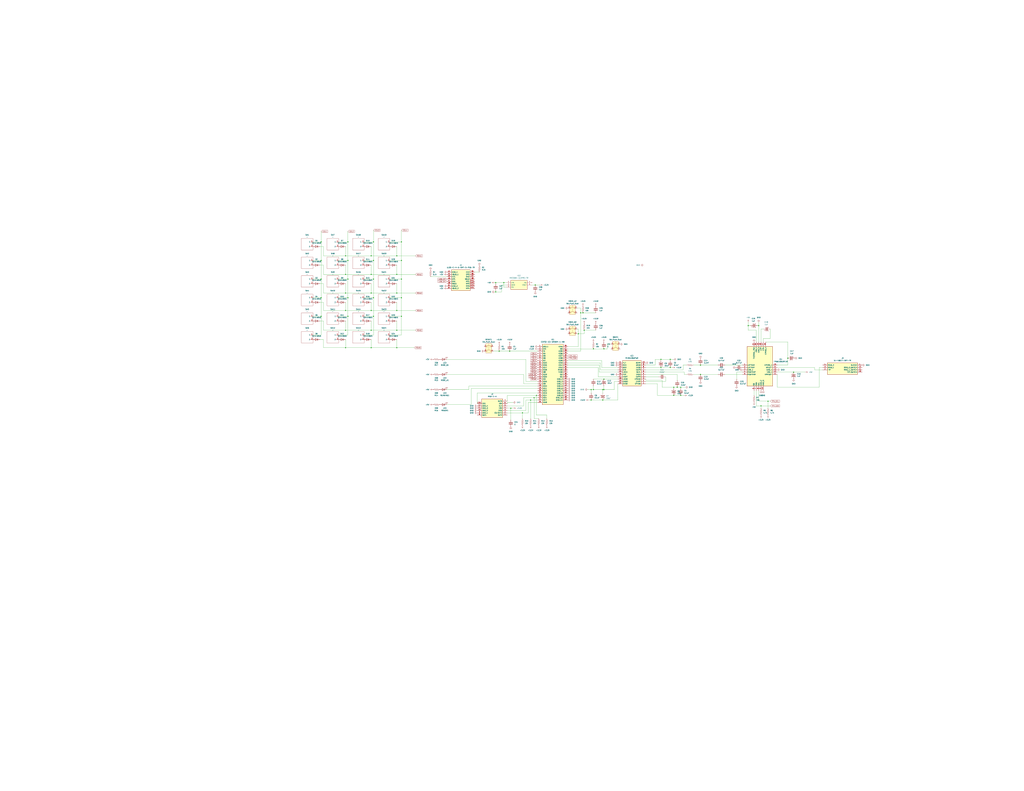
<source format=kicad_sch>
(kicad_sch (version 20250114) (generator "eeschema") (generator_version "9.0")
  (paper "E")
  (junction (at 438.15 284.48))
  (junction (at 764.54 408.94))
  (junction (at 570.23 450.85))
  (junction (at 544.83 383.54))
  (junction (at 556.26 383.54))
  (junction (at 379.73 345.44))
  (junction (at 647.7 425.45))
  (junction (at 828.04 355.6))
  (junction (at 433.07 339.09))
  (junction (at 350.52 284.48))
  (junction (at 816.61 355.6))
  (junction (at 407.67 264.16))
  (junction (at 405.13 379.73))
  (junction (at 645.16 436.88))
  (junction (at 438.15 304.8))
  (junction (at 731.52 401.32))
  (junction (at 350.52 304.8))
  (junction (at 541.02 308.61))
  (junction (at 731.52 392.43))
  (junction (at 657.86 436.88))
  (junction (at 377.19 339.09))
  (junction (at 721.36 401.32))
  (junction (at 735.33 422.91))
  (junction (at 377.19 320.04))
  (junction (at 379.73 304.8))
  (junction (at 657.86 425.45))
  (junction (at 377.19 299.72))
  (junction (at 735.33 431.8))
  (junction (at 541.02 318.77))
  (junction (at 433.07 299.72))
  (junction (at 405.13 360.68))
  (junction (at 379.73 284.48))
  (junction (at 405.13 299.72))
  (junction (at 379.73 325.12))
  (junction (at 405.13 279.4))
  (junction (at 350.52 345.44))
  (junction (at 633.73 341.63))
  (junction (at 433.07 379.73))
  (junction (at 405.13 339.09))
  (junction (at 379.73 264.16))
  (junction (at 377.19 279.4))
  (junction (at 721.36 392.43))
  (junction (at 739.14 422.91))
  (junction (at 407.67 345.44))
  (junction (at 350.52 264.16))
  (junction (at 866.14 406.4))
  (junction (at 407.67 325.12))
  (junction (at 438.15 325.12))
  (junction (at 438.15 264.16))
  (junction (at 637.54 360.68))
  (junction (at 433.07 360.68))
  (junction (at 579.12 436.88))
  (junction (at 830.58 443.23))
  (junction (at 377.19 360.68))
  (junction (at 859.79 391.16))
  (junction (at 350.52 325.12))
  (junction (at 585.47 431.8))
  (junction (at 636.27 341.63))
  (junction (at 433.07 279.4))
  (junction (at 645.16 425.45))
  (junction (at 742.95 422.91))
  (junction (at 647.7 381))
  (junction (at 433.07 320.04))
  (junction (at 742.95 431.8))
  (junction (at 405.13 320.04))
  (junction (at 659.13 381))
  (junction (at 631.19 364.49))
  (junction (at 582.93 434.34))
  (junction (at 584.2 311.15))
  (junction (at 764.54 398.78))
  (junction (at 407.67 284.48))
  (junction (at 659.13 414.02))
  (junction (at 549.91 308.61))
  (junction (at 407.67 304.8))
  (junction (at 557.53 445.77))
  (junction (at 838.2 438.15))
  (junction (at 377.19 379.73))
  (junction (at 659.13 425.45))
  (junction (at 438.15 345.44))
  (wire (pts (xy 659.13 421.64) (xy 659.13 425.45)))
  (wire (pts (xy 596.9 453.39) (xy 596.9 457.2)))
  (wire (pts (xy 438.15 251.46) (xy 438.15 264.16)))
  (wire (pts (xy 816.61 355.6) (xy 819.15 355.6)))
  (wire (pts (xy 407.67 325.12) (xy 407.67 345.44)))
  (wire (pts (xy 520.7 429.26) (xy 520.7 440.69)))
  (wire (pts (xy 557.53 458.47) (xy 557.53 445.77)))
  (wire (pts (xy 746.76 408.94) (xy 749.3 408.94)))
  (wire (pts (xy 748.03 422.91) (xy 742.95 422.91)))
  (wire (pts (xy 674.37 414.02) (xy 659.13 414.02)))
  (wire (pts (xy 544.83 383.54) (xy 556.26 383.54)))
  (wire (pts (xy 739.14 408.94) (xy 739.14 415.29)))
  (wire (pts (xy 734.06 401.32) (xy 731.52 401.32)))
  (wire (pts (xy 349.25 350.52) (xy 353.06 350.52)))
  (wire (pts (xy 654.05 398.78) (xy 654.05 406.4)))
  (wire (pts (xy 487.68 392.43) (xy 574.04 392.43)))
  (wire (pts (xy 791.21 398.78) (xy 810.26 398.78)))
  (wire (pts (xy 353.06 339.09) (xy 377.19 339.09)))
  (wire (pts (xy 511.81 421.64) (xy 586.74 421.64)))
  (wire (pts (xy 407.67 304.8) (xy 407.67 325.12)))
  (wire (pts (xy 810.26 406.4) (xy 803.91 406.4)))
  (wire (pts (xy 438.15 345.44) (xy 438.15 365.76)))
  (wire (pts (xy 377.19 350.52) (xy 377.19 360.68)))
  (wire (pts (xy 830.58 359.41) (xy 833.12 359.41)))
  (wire (pts (xy 397.51 304.8) (xy 407.67 304.8)))
  (wire (pts (xy 552.45 311.15) (xy 547.37 311.15)))
  (wire (pts (xy 341.63 325.12) (xy 350.52 325.12)))
  (wire (pts (xy 579.12 436.88) (xy 586.74 436.88)))
  (wire (pts (xy 541.02 308.61) (xy 541.02 309.88)))
  (wire (pts (xy 756.92 408.94) (xy 764.54 408.94)))
  (wire (pts (xy 405.13 289.56) (xy 405.13 299.72)))
  (wire (pts (xy 541.02 318.77) (xy 539.75 318.77)))
  (wire (pts (xy 341.63 345.44) (xy 350.52 345.44)))
  (wire (pts (xy 438.15 304.8) (xy 438.15 325.12)))
  (wire (pts (xy 574.04 436.88) (xy 579.12 436.88)))
  (wire (pts (xy 377.19 330.2) (xy 377.19 339.09)))
  (wire (pts (xy 425.45 345.44) (xy 438.15 345.44)))
  (wire (pts (xy 425.45 304.8) (xy 438.15 304.8)))
  (wire (pts (xy 377.19 320.04) (xy 405.13 320.04)))
  (wire (pts (xy 353.06 330.2) (xy 353.06 339.09)))
  (wire (pts (xy 438.15 365.76) (xy 425.45 365.76)))
  (wire (pts (xy 735.33 431.8) (xy 717.55 431.8)))
  (wire (pts (xy 405.13 320.04) (xy 433.07 320.04)))
  (wire (pts (xy 350.52 304.8) (xy 350.52 325.12)))
  (wire (pts (xy 405.13 330.2) (xy 405.13 339.09)))
  (wire (pts (xy 822.96 426.72) (xy 822.96 431.8)))
  (wire (pts (xy 715.01 398.78) (xy 704.85 398.78)))
  (wire (pts (xy 571.5 419.1) (xy 586.74 419.1)))
  (wire (pts (xy 438.15 284.48) (xy 438.15 304.8)))
  (wire (pts (xy 369.57 325.12) (xy 379.73 325.12)))
  (wire (pts (xy 379.73 284.48) (xy 379.73 304.8)))
  (wire (pts (xy 379.73 345.44) (xy 379.73 365.76)))
  (wire (pts (xy 539.75 308.61) (xy 541.02 308.61)))
  (wire (pts (xy 433.07 379.73) (xy 452.12 379.73)))
  (wire (pts (xy 570.23 450.85) (xy 576.58 450.85)))
  (wire (pts (xy 341.63 304.8) (xy 350.52 304.8)))
  (wire (pts (xy 487.68 425.45) (xy 511.81 425.45)))
  (wire (pts (xy 553.72 431.8) (xy 553.72 438.15)))
  (wire (pts (xy 369.57 284.48) (xy 379.73 284.48)))
  (wire (pts (xy 838.2 438.15) (xy 840.74 438.15)))
  (wire (pts (xy 405.13 309.88) (xy 405.13 320.04)))
  (wire (pts (xy 631.19 359.41) (xy 631.19 364.49)))
  (wire (pts (xy 405.13 350.52) (xy 405.13 360.68)))
  (wire (pts (xy 571.5 434.34) (xy 582.93 434.34)))
  (wire (pts (xy 582.93 434.34) (xy 582.93 457.2)))
  (wire (pts (xy 894.08 422.91) (xy 848.36 422.91)))
  (wire (pts (xy 666.75 375.92) (xy 662.94 375.92)))
  (wire (pts (xy 878.84 406.4) (xy 866.14 406.4)))
  (wire (pts (xy 816.61 360.68) (xy 825.5 360.68)))
  (wire (pts (xy 341.63 264.16) (xy 350.52 264.16)))
  (wire (pts (xy 433.07 339.09) (xy 453.39 339.09)))
  (wire (pts (xy 704.85 411.48) (xy 718.82 411.48)))
  (wire (pts (xy 379.73 325.12) (xy 379.73 345.44)))
  (wire (pts (xy 739.14 422.91) (xy 735.33 422.91)))
  (wire (pts (xy 746.76 431.8) (xy 742.95 431.8)))
  (wire (pts (xy 397.51 345.44) (xy 407.67 345.44)))
  (wire (pts (xy 704.85 416.56) (xy 726.44 416.56)))
  (wire (pts (xy 828.04 355.6) (xy 828.04 373.38)))
  (wire (pts (xy 574.04 416.56) (xy 586.74 416.56)))
  (wire (pts (xy 433.07 279.4) (xy 453.39 279.4)))
  (wire (pts (xy 350.52 325.12) (xy 350.52 345.44)))
  (wire (pts (xy 433.07 289.56) (xy 433.07 299.72)))
  (wire (pts (xy 377.19 289.56) (xy 377.19 299.72)))
  (wire (pts (xy 745.49 403.86) (xy 704.85 403.86)))
  (wire (pts (xy 629.92 359.41) (xy 631.19 359.41)))
  (wire (pts (xy 433.07 320.04) (xy 453.39 320.04)))
  (wire (pts (xy 433.07 269.24) (xy 433.07 279.4)))
  (wire (pts (xy 647.7 425.45) (xy 657.86 425.45)))
  (wire (pts (xy 735.33 422.91) (xy 735.33 424.18)))
  (wire (pts (xy 835.66 373.38) (xy 859.79 373.38)))
  (wire (pts (xy 722.63 415.29) (xy 722.63 422.91)))
  (wire (pts (xy 659.13 414.02) (xy 647.7 414.02)))
  (wire (pts (xy 588.01 457.2) (xy 582.93 457.2)))
  (wire (pts (xy 619.76 393.7) (xy 656.59 393.7)))
  (wire (pts (xy 433.07 350.52) (xy 433.07 360.68)))
  (wire (pts (xy 469.9 302.26) (xy 487.68 302.26)))
  (wire (pts (xy 764.54 408.94) (xy 783.59 408.94)))
  (wire (pts (xy 369.57 345.44) (xy 379.73 345.44)))
  (wire (pts (xy 659.13 425.45) (xy 657.86 425.45)))
  (wire (pts (xy 726.44 416.56) (xy 726.44 411.48)))
  (wire (pts (xy 405.13 339.09) (xy 433.07 339.09)))
  (wire (pts (xy 514.35 424.18) (xy 586.74 424.18)))
  (wire (pts (xy 433.07 370.84) (xy 433.07 379.73)))
  (wire (pts (xy 579.12 436.88) (xy 579.12 457.2)))
  (wire (pts (xy 704.85 415.29) (xy 704.85 414.02)))
  (wire (pts (xy 704.85 415.29) (xy 722.63 415.29)))
  (wire (pts (xy 574.04 392.43) (xy 574.04 416.56)))
  (wire (pts (xy 731.52 392.43) (xy 721.36 392.43)))
  (wire (pts (xy 433.07 360.68) (xy 453.39 360.68)))
  (wire (pts (xy 377.19 299.72) (xy 405.13 299.72)))
  (wire (pts (xy 897.89 401.32) (xy 894.08 401.32)))
  (wire (pts (xy 556.26 383.54) (xy 586.74 383.54)))
  (wire (pts (xy 353.06 379.73) (xy 377.19 379.73)))
  (wire (pts (xy 828.04 438.15) (xy 838.2 438.15)))
  (wire (pts (xy 407.67 251.46) (xy 407.67 264.16)))
  (wire (pts (xy 353.06 309.88) (xy 353.06 320.04)))
  (wire (pts (xy 652.78 401.32) (xy 652.78 411.48)))
  (wire (pts (xy 379.73 304.8) (xy 379.73 325.12)))
  (wire (pts (xy 803.91 406.4) (xy 803.91 414.02)))
  (wire (pts (xy 553.72 450.85) (xy 570.23 450.85)))
  (wire (pts (xy 576.58 439.42) (xy 586.74 439.42)))
  (wire (pts (xy 405.13 379.73) (xy 433.07 379.73)))
  (wire (pts (xy 377.19 370.84) (xy 377.19 379.73)))
  (wire (pts (xy 652.78 411.48) (xy 674.37 411.48)))
  (wire (pts (xy 353.06 299.72) (xy 377.19 299.72)))
  (wire (pts (xy 641.35 425.45) (xy 645.16 425.45)))
  (wire (pts (xy 859.79 398.78) (xy 848.36 398.78)))
  (wire (pts (xy 576.58 450.85) (xy 576.58 439.42)))
  (wire (pts (xy 586.74 431.8) (xy 585.47 431.8)))
  (wire (pts (xy 405.13 299.72) (xy 433.07 299.72)))
  (wire (pts (xy 349.25 269.24) (xy 353.06 269.24)))
  (wire (pts (xy 538.48 383.54) (xy 544.83 383.54)))
  (wire (pts (xy 647.7 421.64) (xy 647.7 425.45)))
  (wire (pts (xy 405.13 360.68) (xy 433.07 360.68)))
  (wire (pts (xy 349.25 330.2) (xy 353.06 330.2)))
  (wire (pts (xy 717.55 419.1) (xy 717.55 431.8)))
  (wire (pts (xy 859.79 391.16) (xy 859.79 398.78)))
  (wire (pts (xy 353.06 350.52) (xy 353.06 360.68)))
  (wire (pts (xy 353.06 279.4) (xy 377.19 279.4)))
  (wire (pts (xy 654.05 406.4) (xy 674.37 406.4)))
  (wire (pts (xy 438.15 264.16) (xy 438.15 284.48)))
  (wire (pts (xy 585.47 431.8) (xy 553.72 431.8)))
  (wire (pts (xy 670.56 416.56) (xy 670.56 425.45)))
  (wire (pts (xy 721.36 392.43) (xy 715.01 392.43)))
  (wire (pts (xy 619.76 401.32) (xy 652.78 401.32)))
  (wire (pts (xy 647.7 381) (xy 659.13 381)))
  (wire (pts (xy 631.19 364.49) (xy 631.19 378.46)))
  (wire (pts (xy 642.62 436.88) (xy 645.16 436.88)))
  (wire (pts (xy 889 401.32) (xy 889 403.86)))
  (wire (pts (xy 580.39 311.15) (xy 584.2 311.15)))
  (wire (pts (xy 552.45 313.69) (xy 549.91 313.69)))
  (wire (pts (xy 582.93 434.34) (xy 586.74 434.34)))
  (wire (pts (xy 742.95 422.91) (xy 739.14 422.91)))
  (wire (pts (xy 585.47 453.39) (xy 596.9 453.39)))
  (wire (pts (xy 379.73 252.73) (xy 379.73 264.16)))
  (wire (pts (xy 662.94 381) (xy 659.13 381)))
  (wire (pts (xy 833.12 369.57) (xy 833.12 373.38)))
  (wire (pts (xy 828.04 426.72) (xy 828.04 438.15)))
  (wire (pts (xy 541.02 317.5) (xy 541.02 318.77)))
  (wire (pts (xy 848.36 401.32) (xy 889 401.32)))
  (wire (pts (xy 633.73 383.54) (xy 633.73 341.63)))
  (wire (pts (xy 341.63 365.76) (xy 350.52 365.76)))
  (wire (pts (xy 541.02 308.61) (xy 549.91 308.61)))
  (wire (pts (xy 549.91 308.61) (xy 552.45 308.61)))
  (wire (pts (xy 745.49 398.78) (xy 745.49 403.86)))
  (wire (pts (xy 645.16 425.45) (xy 647.7 425.45)))
  (wire (pts (xy 547.37 311.15) (xy 547.37 318.77)))
  (wire (pts (xy 433.07 309.88) (xy 433.07 320.04)))
  (wire (pts (xy 721.36 401.32) (xy 704.85 401.32)))
  (wire (pts (xy 433.07 299.72) (xy 453.39 299.72)))
  (wire (pts (xy 405.13 279.4) (xy 433.07 279.4)))
  (wire (pts (xy 560.07 439.42) (xy 553.72 439.42)))
  (wire (pts (xy 487.68 408.94) (xy 571.5 408.94)))
  (wire (pts (xy 619.76 383.54) (xy 633.73 383.54)))
  (wire (pts (xy 619.76 381) (xy 647.7 381)))
  (wire (pts (xy 397.51 284.48) (xy 407.67 284.48)))
  (wire (pts (xy 816.61 351.79) (xy 816.61 355.6)))
  (wire (pts (xy 636.27 341.63) (xy 650.24 341.63)))
  (wire (pts (xy 722.63 422.91) (xy 735.33 422.91)))
  (wire (pts (xy 619.76 398.78) (xy 654.05 398.78)))
  (wire (pts (xy 745.49 398.78) (xy 749.3 398.78)))
  (wire (pts (xy 341.63 284.48) (xy 350.52 284.48)))
  (wire (pts (xy 487.68 441.96) (xy 514.35 441.96)))
  (wire (pts (xy 721.36 392.43) (xy 721.36 393.7)))
  (wire (pts (xy 670.56 425.45) (xy 659.13 425.45)))
  (wire (pts (xy 848.36 422.91) (xy 848.36 408.94)))
  (wire (pts (xy 425.45 325.12) (xy 438.15 325.12)))
  (wire (pts (xy 674.37 419.1) (xy 674.37 436.88)))
  (wire (pts (xy 633.73 341.63) (xy 636.27 341.63)))
  (wire (pts (xy 553.72 439.42) (xy 553.72 440.69)))
  (wire (pts (xy 704.85 406.4) (xy 746.76 406.4)))
  (wire (pts (xy 825.5 443.23) (xy 830.58 443.23)))
  (wire (pts (xy 570.23 450.85) (xy 570.23 457.2)))
  (wire (pts (xy 629.92 336.55) (xy 633.73 336.55)))
  (wire (pts (xy 511.81 425.45) (xy 511.81 421.64)))
  (wire (pts (xy 407.67 284.48) (xy 407.67 304.8)))
  (wire (pts (xy 637.54 360.68) (xy 650.24 360.68)))
  (wire (pts (xy 585.47 431.8) (xy 585.47 453.39)))
  (wire (pts (xy 377.19 339.09) (xy 405.13 339.09)))
  (wire (pts (xy 369.57 304.8) (xy 379.73 304.8)))
  (wire (pts (xy 662.94 375.92) (xy 662.94 381)))
  (wire (pts (xy 633.73 336.55) (xy 633.73 341.63)))
  (wire (pts (xy 657.86 425.45) (xy 657.86 429.26)))
  (wire (pts (xy 549.91 313.69) (xy 549.91 308.61)))
  (wire (pts (xy 826.77 355.6) (xy 828.04 355.6)))
  (wire (pts (xy 405.13 269.24) (xy 405.13 279.4)))
  (wire (pts (xy 377.19 279.4) (xy 405.13 279.4)))
  (wire (pts (xy 425.45 284.48) (xy 438.15 284.48)))
  (wire (pts (xy 840.74 369.57) (xy 833.12 369.57)))
  (wire (pts (xy 433.07 330.2) (xy 433.07 339.09)))
  (wire (pts (xy 425.45 264.16) (xy 438.15 264.16)))
  (wire (pts (xy 353.06 320.04) (xy 377.19 320.04)))
  (wire (pts (xy 859.79 373.38) (xy 859.79 391.16)))
  (wire (pts (xy 631.19 364.49) (xy 637.54 364.49)))
  (wire (pts (xy 655.32 403.86) (xy 674.37 403.86)))
  (wire (pts (xy 655.32 396.24) (xy 655.32 403.86)))
  (wire (pts (xy 407.67 365.76) (xy 397.51 365.76)))
  (wire (pts (xy 645.16 436.88) (xy 657.86 436.88)))
  (wire (pts (xy 574.04 448.31) (xy 574.04 436.88)))
  (wire (pts (xy 353.06 360.68) (xy 377.19 360.68)))
  (wire (pts (xy 656.59 393.7) (xy 656.59 401.32)))
  (wire (pts (xy 840.74 359.41) (xy 840.74 369.57)))
  (wire (pts (xy 645.16 425.45) (xy 645.16 429.26)))
  (wire (pts (xy 731.52 401.32) (xy 721.36 401.32)))
  (wire (pts (xy 637.54 364.49) (xy 637.54 360.68)))
  (wire (pts (xy 838.2 438.15) (xy 838.2 445.77)))
  (wire (pts (xy 377.19 379.73) (xy 405.13 379.73)))
  (wire (pts (xy 377.19 360.68) (xy 405.13 360.68)))
  (wire (pts (xy 704.85 408.94) (xy 739.14 408.94)))
  (wire (pts (xy 894.08 401.32) (xy 894.08 422.91)))
  (wire (pts (xy 514.35 441.96) (xy 514.35 424.18)))
  (wire (pts (xy 830.58 443.23) (xy 830.58 445.77)))
  (wire (pts (xy 584.2 311.15) (xy 589.28 311.15)))
  (wire (pts (xy 816.61 355.6) (xy 816.61 360.68)))
  (wire (pts (xy 619.76 378.46) (xy 631.19 378.46)))
  (wire (pts (xy 828.04 351.79) (xy 828.04 355.6)))
  (wire (pts (xy 731.52 392.43) (xy 731.52 393.7)))
  (wire (pts (xy 674.37 416.56) (xy 670.56 416.56)))
  (wire (pts (xy 791.21 408.94) (xy 810.26 408.94)))
  (wire (pts (xy 407.67 345.44) (xy 407.67 365.76)))
  (wire (pts (xy 586.74 429.26) (xy 520.7 429.26)))
  (wire (pts (xy 397.51 325.12) (xy 407.67 325.12)))
  (wire (pts (xy 571.5 408.94) (xy 571.5 419.1)))
  (wire (pts (xy 746.76 406.4) (xy 746.76 408.94)))
  (wire (pts (xy 735.33 392.43) (xy 731.52 392.43)))
  (wire (pts (xy 571.5 443.23) (xy 571.5 434.34)))
  (wire (pts (xy 379.73 365.76) (xy 369.57 365.76)))
  (wire (pts (xy 397.51 264.16) (xy 407.67 264.16)))
  (wire (pts (xy 353.06 269.24) (xy 353.06 279.4)))
  (wire (pts (xy 619.76 396.24) (xy 655.32 396.24)))
  (wire (pts (xy 350.52 345.44) (xy 350.52 365.76)))
  (wire (pts (xy 349.25 289.56) (xy 353.06 289.56)))
  (wire (pts (xy 553.72 448.31) (xy 574.04 448.31)))
  (wire (pts (xy 518.16 297.18) (xy 523.24 297.18)))
  (wire (pts (xy 547.37 318.77) (xy 541.02 318.77)))
  (wire (pts (xy 379.73 264.16) (xy 379.73 284.48)))
  (wire (pts (xy 405.13 370.84) (xy 405.13 379.73)))
  (wire (pts (xy 377.19 309.88) (xy 377.19 320.04)))
  (wire (pts (xy 349.25 309.88) (xy 353.06 309.88)))
  (wire (pts (xy 353.06 289.56) (xy 353.06 299.72)))
  (wire (pts (xy 715.01 392.43) (xy 715.01 398.78)))
  (wire (pts (xy 764.54 398.78) (xy 783.59 398.78)))
  (wire (pts (xy 350.52 264.16) (xy 350.52 284.48)))
  (wire (pts (xy 553.72 445.77) (xy 557.53 445.77)))
  (wire (pts (xy 830.58 443.23) (xy 840.74 443.23)))
  (wire (pts (xy 438.15 325.12) (xy 438.15 345.44)))
  (wire (pts (xy 756.92 398.78) (xy 764.54 398.78)))
  (wire (pts (xy 889 403.86) (xy 897.89 403.86)))
  (wire (pts (xy 369.57 264.16) (xy 379.73 264.16)))
  (wire (pts (xy 657.86 436.88) (xy 674.37 436.88)))
  (wire (pts (xy 350.52 252.73) (xy 350.52 264.16)))
  (wire (pts (xy 825.5 426.72) (xy 825.5 443.23)))
  (wire (pts (xy 717.55 419.1) (xy 704.85 419.1)))
  (wire (pts (xy 377.19 269.24) (xy 377.19 279.4)))
  (wire (pts (xy 656.59 401.32) (xy 674.37 401.32)))
  (wire (pts (xy 553.72 443.23) (xy 571.5 443.23)))
  (wire (pts (xy 350.52 284.48) (xy 350.52 304.8)))
  (wire (pts (xy 557.53 445.77) (xy 560.07 445.77)))
  (wire (pts (xy 353.06 370.84) (xy 353.06 379.73)))
  (wire (pts (xy 742.95 422.91) (xy 742.95 424.18)))
  (wire (pts (xy 825.5 360.68) (xy 825.5 373.38)))
  (wire (pts (xy 742.95 431.8) (xy 735.33 431.8)))
  (wire (pts (xy 830.58 373.38) (xy 830.58 359.41)))
  (wire (pts (xy 866.14 406.4) (xy 848.36 406.4)))
  (wire (pts (xy 349.25 370.84) (xy 353.06 370.84)))
  (wire (pts (xy 407.67 264.16) (xy 407.67 284.48)))
  (global_label "ROW6" (shape input) (at 452.12 379.73 0) (property "Intersheetrefs" "${INTERSHEET_REFS}" (effects (hide yes))))
  (global_label "USB_DP" (shape input) (at 487.68 304.8 180) (property "Intersheetrefs" "${INTERSHEET_REFS}" (effects (hide yes))))
  (global_label "TPA_SCL" (shape input) (at 619.76 388.62 0) (property "Intersheetrefs" "${INTERSHEET_REFS}" (effects (hide yes))))
  (global_label "COL2" (shape input) (at 379.73 252.73 0) (property "Intersheetrefs" "${INTERSHEET_REFS}" (effects (hide yes))))
  (global_label "TPA_SDA" (shape input) (at 619.76 391.16 0) (property "Intersheetrefs" "${INTERSHEET_REFS}" (effects (hide yes))))
  (global_label "COL4" (shape input) (at 586.74 393.7 180) (property "Intersheetrefs" "${INTERSHEET_REFS}" (effects (hide yes))))
  (global_label "TPA_SCL" (shape input) (at 840.74 438.15 0) (property "Intersheetrefs" "${INTERSHEET_REFS}" (effects (hide yes))))
  (global_label "ROW2" (shape input) (at 453.39 299.72 0) (property "Intersheetrefs" "${INTERSHEET_REFS}" (effects (hide yes))))
  (global_label "COL2" (shape input) (at 586.74 388.62 180) (property "Intersheetrefs" "${INTERSHEET_REFS}" (effects (hide yes))))
  (global_label "ROW5" (shape input) (at 586.74 406.4 180) (property "Intersheetrefs" "${INTERSHEET_REFS}" (effects (hide yes))))
  (global_label "USB_DN" (shape input) (at 487.68 307.34 180) (property "Intersheetrefs" "${INTERSHEET_REFS}" (effects (hide yes))))
  (global_label "TPA_SDA" (shape input) (at 840.74 443.23 0) (property "Intersheetrefs" "${INTERSHEET_REFS}" (effects (hide yes))))
  (global_label "ROW5" (shape input) (at 453.39 360.68 0) (property "Intersheetrefs" "${INTERSHEET_REFS}" (effects (hide yes))))
  (global_label "COL1" (shape input) (at 350.52 252.73 0) (property "Intersheetrefs" "${INTERSHEET_REFS}" (effects (hide yes))))
  (global_label "USB_DN" (shape input) (at 586.74 408.94 180) (property "Intersheetrefs" "${INTERSHEET_REFS}" (effects (hide yes))))
  (global_label "COL3" (shape input) (at 407.67 251.46 0) (property "Intersheetrefs" "${INTERSHEET_REFS}" (effects (hide yes))))
  (global_label "ROW1" (shape input) (at 453.39 279.4 0) (property "Intersheetrefs" "${INTERSHEET_REFS}" (effects (hide yes))))
  (global_label "COL1" (shape input) (at 586.74 386.08 180) (property "Intersheetrefs" "${INTERSHEET_REFS}" (effects (hide yes))))
  (global_label "ROW4" (shape input) (at 453.39 339.09 0) (property "Intersheetrefs" "${INTERSHEET_REFS}" (effects (hide yes))))
  (global_label "ROW3" (shape input) (at 586.74 401.32 180) (property "Intersheetrefs" "${INTERSHEET_REFS}" (effects (hide yes))))
  (global_label "ROW6" (shape input) (at 586.74 414.02 180) (property "Intersheetrefs" "${INTERSHEET_REFS}" (effects (hide yes))))
  (global_label "ROW1" (shape input) (at 586.74 396.24 180) (property "Intersheetrefs" "${INTERSHEET_REFS}" (effects (hide yes))))
  (global_label "ROW4" (shape input) (at 586.74 403.86 180) (property "Intersheetrefs" "${INTERSHEET_REFS}" (effects (hide yes))))
  (global_label "USB_DP" (shape input) (at 586.74 411.48 180) (property "Intersheetrefs" "${INTERSHEET_REFS}" (effects (hide yes))))
  (global_label "COL3" (shape input) (at 586.74 391.16 180) (property "Intersheetrefs" "${INTERSHEET_REFS}" (effects (hide yes))))
  (global_label "ROW2" (shape input) (at 586.74 398.78 180) (property "Intersheetrefs" "${INTERSHEET_REFS}" (effects (hide yes))))
  (global_label "COL4" (shape input) (at 438.15 251.46 0) (property "Intersheetrefs" "${INTERSHEET_REFS}" (effects (hide yes))))
  (global_label "ROW3" (shape input) (at 453.39 320.04 0) (property "Intersheetrefs" "${INTERSHEET_REFS}" (effects (hide yes))))
  (symbol (lib_id "Device:C") (at 556.26 379.73 0) (unit 1)
    (property "Reference" "C1" (at 560.07 378.4599 0) (effects (justify left)))
    (property "Value" "1uF" (at 560.07 380.9999 0) (effects (justify left)))
    (property "Footprint" "Capacitor_SMD:C_0805_2012Metric" (effects (hide yes)))
    (property "Description" "Unpolarized capacitor" (effects (hide yes)))
  )
  (symbol (lib_id "power:+3.3V") (at 830.58 453.39 180) (unit 1)
    (property "Reference" "#PWR052" (effects (hide yes)))
    (property "Value" "+3.3V" (at 830.58 458.47 0))
    (property "Description" "Power symbol creates a global label with name \"+3.3V\"" (effects (hide yes)))
  )
  (symbol (lib_id "power:+3.3V") (at 560.07 445.77 270) (unit 1)
    (property "Reference" "#PWR053" (effects (hide yes)))
    (property "Value" "+3.3V" (at 563.88 445.7699 90) (effects (justify left)))
    (property "Description" "Power symbol creates a global label with name \"+3.3V\"" (effects (hide yes)))
  )
  (symbol (lib_id "power:+3.3V") (at 586.74 381 90) (unit 1)
    (property "Reference" "#PWR012" (effects (hide yes)))
    (property "Value" "+3.3V" (at 582.93 380.9999 90) (effects (justify left)))
    (property "Description" "Power symbol creates a global label with name \"+3.3V\"" (effects (hide yes)))
  )
  (symbol (lib_id "cherry_mx_key:MX1A-G1NW") (at 391.16 287.02 0) (unit 1)
    (property "Reference" "SW17" (at 391.16 276.86 0))
    (property "Value" "~" (at 391.16 279.4 0))
    (property "Footprint" "libraries:CherryMX_1.00u_PCB" (effects (hide yes)))
  )
  (symbol (lib_id "power:GND") (at 520.7 448.31 270) (unit 1)
    (property "Reference" "#PWR057" (effects (hide yes)))
    (property "Value" "GND" (at 516.89 448.3099 90) (effects (justify right)))
    (property "Description" "Power symbol creates a global label with name \"GND\" , ground" (effects (hide yes)))
  )
  (symbol (lib_id "cherry_mx_key:MX1A-G1NW") (at 363.22 266.7 0) (unit 1)
    (property "Reference" "SW7" (at 363.22 256.54 0))
    (property "Value" "~" (at 363.22 259.08 0))
    (property "Footprint" "libraries:CherryMX_1.00u_PCB" (effects (hide yes)))
  )
  (symbol (lib_id "cherry_mx_key:MX1A-G1NW") (at 335.28 327.66 0) (unit 1)
    (property "Reference" "SW4" (at 335.28 317.5 0))
    (property "Value" "~" (at 335.28 320.04 0))
    (property "Footprint" "libraries:CherryMX_1.00u_PCB" (effects (hide yes)))
  )
  (symbol (lib_id "Device:C_Polarized_US") (at 822.96 355.6 90) (unit 1)
    (property "Reference" "C19" (at 822.325 347.98 90))
    (property "Value" "1uF" (at 822.325 350.52 90))
    (property "Footprint" "Capacitor_SMD:C_0805_2012Metric" (effects (hide yes)))
    (property "Description" "Polarized capacitor, US symbol" (effects (hide yes)))
  )
  (symbol (lib_id "Device:C_Polarized_US") (at 866.14 410.21 0) (unit 1)
    (property "Reference" "C16" (at 869.95 408.3049 0) (effects (justify left)))
    (property "Value" "1uF" (at 869.95 410.8449 0) (effects (justify left)))
    (property "Footprint" "Capacitor_SMD:C_0805_2012Metric" (effects (hide yes)))
    (property "Description" "Polarized capacitor, US symbol" (effects (hide yes)))
  )
  (symbol (lib_id "Device:R_US") (at 647.7 377.19 0) (unit 1)
    (property "Reference" "R2" (at 650.24 375.9199 0) (effects (justify left)))
    (property "Value" "10k" (at 650.24 378.4599 0) (effects (justify left)))
    (property "Footprint" "Resistor_SMD:R_0805_2012Metric" (effects (hide yes)))
    (property "Description" "Resistor, US symbol" (effects (hide yes)))
  )
  (symbol (lib_id "power:GND") (at 619.76 336.55 270) (unit 1)
    (property "Reference" "#PWR068" (effects (hide yes)))
    (property "Value" "GND" (at 615.95 336.5499 90) (effects (justify right)))
    (property "Description" "Power symbol creates a global label with name \"GND\" , ground" (effects (hide yes)))
  )
  (symbol (lib_id "power:GND") (at 539.75 318.77 270) (unit 1)
    (property "Reference" "#PWR075" (effects (hide yes)))
    (property "Value" "GND" (at 535.94 318.7699 90) (effects (justify right)))
    (property "Description" "Power symbol creates a global label with name \"GND\" , ground" (effects (hide yes)))
  )
  (symbol (lib_id "Device:R_US") (at 822.96 435.61 0) (unit 1)
    (property "Reference" "R7" (at 825.5 434.3399 0) (effects (justify left)))
    (property "Value" "10k" (at 825.5 436.8799 0) (effects (justify left)))
    (property "Footprint" "Resistor_SMD:R_0805_2012Metric" (effects (hide yes)))
    (property "Description" "Resistor, US symbol" (effects (hide yes)))
  )
  (symbol (lib_id "Device:R_US") (at 838.2 449.58 0) (unit 1)
    (property "Reference" "R8" (at 840.74 448.3099 0) (effects (justify left)))
    (property "Value" "4.7k" (at 840.74 450.8499 0) (effects (justify left)))
    (property "Footprint" "Resistor_SMD:R_0805_2012Metric" (effects (hide yes)))
    (property "Description" "Resistor, US symbol" (effects (hide yes)))
  )
  (symbol (lib_id "power:+3.3V") (at 650.24 353.06 0) (unit 1)
    (property "Reference" "#PWR073" (effects (hide yes)))
    (property "Value" "+3.3V" (at 650.24 347.98 0))
    (property "Description" "Power symbol creates a global label with name \"+3.3V\"" (effects (hide yes)))
  )
  (symbol (lib_id "power:+5V") (at 822.96 439.42 180) (unit 1)
    (property "Reference" "#PWR050" (effects (hide yes)))
    (property "Value" "+5V" (at 822.96 444.5 0))
    (property "Description" "Power symbol creates a global label with name \"+5V\"" (effects (hide yes)))
  )
  (symbol (lib_id "cherry_mx_key:MX1A-G1NW") (at 419.1 287.02 0) (unit 1)
    (property "Reference" "SW20" (at 419.1 276.86 0))
    (property "Value" "~" (at 419.1 279.4 0))
    (property "Footprint" "libraries:CherryMX_1.00u_PCB" (effects (hide yes)))
  )
  (symbol (lib_id "Device:D") (at 373.38 330.2 180) (unit 1)
    (property "Reference" "D10" (at 373.38 323.85 0))
    (property "Value" "1N4148WS" (at 373.38 326.39 0))
    (property "Footprint" "Diode_SMD:D_SOD-323F" (effects (hide yes)))
    (property "Description" "Diode" (effects (hide yes)))
    (property "Sim.Device" "D" (effects (hide yes)))
    (property "Sim.Pins" "1=K 2=A" (effects (hide yes)))
  )
  (symbol (lib_id "Device:LED") (at 483.87 441.96 180) (unit 1)
    (property "Reference" "POWER1" (at 485.4575 448.31 0))
    (property "Value" "LED" (at 485.4575 445.77 0))
    (property "Footprint" "LED_SMD:LED_0805_2012Metric" (effects (hide yes)))
    (property "Description" "Light emitting diode" (effects (hide yes)))
    (property "Sim.Pins" "1=K 2=A" (effects (hide yes)))
  )
  (symbol (lib_id "power:GND") (at 584.2 318.77 0) (unit 1)
    (property "Reference" "#PWR077" (effects (hide yes)))
    (property "Value" "GND" (at 584.2 323.85 0))
    (property "Description" "Power symbol creates a global label with name \"GND\" , ground" (effects (hide yes)))
  )
  (symbol (lib_id "PCM5100APWR:PCM5100APWR") (at 704.85 419.1 180) (unit 1)
    (property "Reference" "IC3" (at 689.61 388.62 0))
    (property "Value" "PCM5100APWR" (at 689.61 391.16 0))
    (property "Footprint" "libraries:SOP65P640X120-20N" (effects (hide yes)))
    (property "Datasheet" "http://www.ti.com/lit/gpn/pcm5100a" (effects (hide yes)))
    (property "Description" "2VRMS DirectPath, 100dB Audio Stereo DAC with 32-bit, 384kHz PCM Interface" (effects (hide yes)))
    (property "Height" "1.2" (effects (hide yes)))
    (property "Mouser Part Number" "595-PCM5100APWR" (effects (hide yes)))
    (property "Mouser Price/Stock" "https://www.mouser.co.uk/ProductDetail/Texas-Instruments/PCM5100APWR?qs=E2%2FxqS9xjzplp26RZOMMKQ%3D%3D" (effects (hide yes)))
    (property "Manufacturer_Name" "Texas Instruments" (effects (hide yes)))
    (property "Manufacturer_Part_Number" "PCM5100APWR" (effects (hide yes)))
  )
  (symbol (lib_id "Device:D") (at 429.26 350.52 180) (unit 1)
    (property "Reference" "D23" (at 429.26 344.17 0))
    (property "Value" "1N4148WS" (at 429.26 346.71 0))
    (property "Footprint" "Diode_SMD:D_SOD-323F" (effects (hide yes)))
    (property "Description" "Diode" (effects (hide yes)))
    (property "Sim.Device" "D" (effects (hide yes)))
    (property "Sim.Pins" "1=K 2=A" (effects (hide yes)))
  )
  (symbol (lib_id "power:+3.3V") (at 637.54 353.06 0) (unit 1)
    (property "Reference" "#PWR072" (effects (hide yes)))
    (property "Value" "+3.3V" (at 637.54 347.98 0))
    (property "Description" "Power symbol creates a global label with name \"+3.3V\"" (effects (hide yes)))
  )
  (symbol (lib_id "power:GND") (at 520.7 450.85 270) (unit 1)
    (property "Reference" "#PWR058" (effects (hide yes)))
    (property "Value" "GND" (at 516.89 450.8499 90) (effects (justify right)))
    (property "Description" "Power symbol creates a global label with name \"GND\" , ground" (effects (hide yes)))
  )
  (symbol (lib_id "Device:D") (at 429.26 330.2 180) (unit 1)
    (property "Reference" "D22" (at 429.26 323.85 0))
    (property "Value" "1N4148WS" (at 429.26 326.39 0))
    (property "Footprint" "Diode_SMD:D_SOD-323F" (effects (hide yes)))
    (property "Description" "Diode" (effects (hide yes)))
    (property "Sim.Device" "D" (effects (hide yes)))
    (property "Sim.Pins" "1=K 2=A" (effects (hide yes)))
  )
  (symbol (lib_id "power:GND") (at 828.04 351.79 180) (unit 1)
    (property "Reference" "#PWR040" (effects (hide yes)))
    (property "Value" "GND" (at 828.04 346.71 0))
    (property "Description" "Power symbol creates a global label with name \"GND\" , ground" (effects (hide yes)))
  )
  (symbol (lib_id "Device:C") (at 659.13 377.19 0) (unit 1)
    (property "Reference" "C3" (at 662.94 375.9199 0) (effects (justify left)))
    (property "Value" "C" (at 662.94 378.4599 0) (effects (justify left)))
    (property "Footprint" "Capacitor_SMD:C_0805_2012Metric" (effects (hide yes)))
    (property "Description" "Unpolarized capacitor" (effects (hide yes)))
  )
  (symbol (lib_id "Device:D") (at 401.32 350.52 180) (unit 1)
    (property "Reference" "D17" (at 401.32 344.17 0))
    (property "Value" "1N4148WS" (at 401.32 346.71 0))
    (property "Footprint" "Diode_SMD:D_SOD-323F" (effects (hide yes)))
    (property "Description" "Diode" (effects (hide yes)))
    (property "Sim.Device" "D" (effects (hide yes)))
    (property "Sim.Pins" "1=K 2=A" (effects (hide yes)))
  )
  (symbol (lib_id "power:GND") (at 520.7 443.23 270) (unit 1)
    (property "Reference" "#PWR055" (effects (hide yes)))
    (property "Value" "GND" (at 516.89 443.2299 90) (effects (justify right)))
    (property "Description" "Power symbol creates a global label with name \"GND\" , ground" (effects (hide yes)))
  )
  (symbol (lib_id "Device:C") (at 584.2 314.96 0) (unit 1)
    (property "Reference" "C28" (at 588.01 313.6899 0) (effects (justify left)))
    (property "Value" "1uF" (at 588.01 316.2299 0) (effects (justify left)))
    (property "Footprint" "Capacitor_SMD:C_0805_2012Metric" (effects (hide yes)))
    (property "Description" "Unpolarized capacitor" (effects (hide yes)))
  )
  (symbol (lib_id "Device:R_US") (at 637.54 356.87 0) (unit 1)
    (property "Reference" "R19" (at 640.08 355.5999 0) (effects (justify left)))
    (property "Value" "10k" (at 640.08 358.1399 0) (effects (justify left)))
    (property "Footprint" "Resistor_SMD:R_0805_2012Metric" (effects (hide yes)))
    (property "Description" "Resistor, US symbol" (effects (hide yes)))
  )
  (symbol (lib_id "power:+3.3V") (at 588.01 464.82 180) (unit 1)
    (property "Reference" "#PWR062" (effects (hide yes)))
    (property "Value" "+3.3V" (at 588.01 469.9 0))
    (property "Description" "Power symbol creates a global label with name \"+3.3V\"" (effects (hide yes)))
  )
  (symbol (lib_id "Device:R_US") (at 588.01 461.01 0) (unit 1)
    (property "Reference" "R12" (at 590.55 459.7399 0) (effects (justify left)))
    (property "Value" "10k" (at 590.55 462.2799 0) (effects (justify left)))
    (property "Footprint" "Resistor_SMD:R_0805_2012Metric" (effects (hide yes)))
    (property "Description" "Resistor, US symbol" (effects (hide yes)))
  )
  (symbol (lib_id "power:GND") (at 866.14 414.02 0) (unit 1)
    (property "Reference" "#PWR044" (effects (hide yes)))
    (property "Value" "GND" (at 866.14 419.1 0))
    (property "Description" "Power symbol creates a global label with name \"GND\" , ground" (effects (hide yes)))
  )
  (symbol (lib_id "power:GND") (at 674.37 408.94 270) (unit 1)
    (property "Reference" "#PWR030" (effects (hide yes)))
    (property "Value" "GND" (at 670.56 408.9399 90) (effects (justify right)))
    (property "Description" "Power symbol creates a global label with name \"GND\" , ground" (effects (hide yes)))
  )
  (symbol (lib_id "Device:R_US") (at 636.27 337.82 0) (unit 1)
    (property "Reference" "R18" (at 638.81 336.5499 0) (effects (justify left)))
    (property "Value" "10k" (at 638.81 339.0899 0) (effects (justify left)))
    (property "Footprint" "Resistor_SMD:R_0805_2012Metric" (effects (hide yes)))
    (property "Description" "Resistor, US symbol" (effects (hide yes)))
  )
  (symbol (lib_id "Device:R_US") (at 579.12 461.01 0) (unit 1)
    (property "Reference" "R11" (at 581.66 459.7399 0) (effects (justify left)))
    (property "Value" "10k" (at 581.66 462.2799 0) (effects (justify left)))
    (property "Footprint" "Resistor_SMD:R_0805_2012Metric" (effects (hide yes)))
    (property "Description" "Resistor, US symbol" (effects (hide yes)))
  )
  (symbol (lib_id "Device:C_Polarized_US") (at 721.36 397.51 180) (unit 1)
    (property "Reference" "C9" (at 725.17 396.8749 0) (effects (justify right)))
    (property "Value" "10uF" (at 725.17 399.4149 0) (effects (justify right)))
    (property "Footprint" "Capacitor_SMD:C_0805_2012Metric" (effects (hide yes)))
    (property "Description" "Polarized capacitor, US symbol" (effects (hide yes)))
  )
  (symbol (lib_id "power:GND") (at 619.76 429.26 90) (unit 1)
    (property "Reference" "#PWR08" (effects (hide yes)))
    (property "Value" "GND" (at 623.57 429.2599 90) (effects (justify right)))
    (property "Description" "Power symbol creates a global label with name \"GND\" , ground" (effects (hide yes)))
  )
  (symbol (lib_id "Device:D") (at 429.26 269.24 180) (unit 1)
    (property "Reference" "D19" (at 429.26 262.89 0))
    (property "Value" "1N4148WS" (at 429.26 265.43 0))
    (property "Footprint" "Diode_SMD:D_SOD-323F" (effects (hide yes)))
    (property "Description" "Diode" (effects (hide yes)))
    (property "Sim.Device" "D" (effects (hide yes)))
    (property "Sim.Pins" "1=K 2=A" (effects (hide yes)))
  )
  (symbol (lib_id "Device:D") (at 429.26 309.88 180) (unit 1)
    (property "Reference" "D21" (at 429.26 303.53 0))
    (property "Value" "1N4148WS" (at 429.26 306.07 0))
    (property "Footprint" "Diode_SMD:D_SOD-323F" (effects (hide yes)))
    (property "Description" "Diode" (effects (hide yes)))
    (property "Sim.Device" "D" (effects (hide yes)))
    (property "Sim.Pins" "1=K 2=A" (effects (hide yes)))
  )
  (symbol (lib_id "Device:D") (at 373.38 269.24 180) (unit 1)
    (property "Reference" "D7" (at 373.38 262.89 0))
    (property "Value" "1N4148WS" (at 373.38 265.43 0))
    (property "Footprint" "Diode_SMD:D_SOD-323F" (effects (hide yes)))
    (property "Description" "Diode" (effects (hide yes)))
    (property "Sim.Device" "D" (effects (hide yes)))
    (property "Sim.Pins" "1=K 2=A" (effects (hide yes)))
  )
  (symbol (lib_id "power:GND") (at 586.74 378.46 270) (unit 1)
    (property "Reference" "#PWR01" (effects (hide yes)))
    (property "Value" "GND" (at 582.93 378.4599 90) (effects (justify right)))
    (property "Description" "Power symbol creates a global label with name \"GND\" , ground" (effects (hide yes)))
  )
  (symbol (lib_id "Device:D") (at 345.44 289.56 180) (unit 1)
    (property "Reference" "D2" (at 345.44 283.21 0))
    (property "Value" "1N4148WS" (at 345.44 285.75 0))
    (property "Footprint" "Diode_SMD:D_SOD-323F" (effects (hide yes)))
    (property "Description" "Diode" (effects (hide yes)))
    (property "Sim.Device" "D" (effects (hide yes)))
    (property "Sim.Pins" "1=K 2=A" (effects (hide yes)))
  )
  (symbol (lib_id "power:GND") (at 619.76 359.41 270) (unit 1)
    (property "Reference" "#PWR069" (effects (hide yes)))
    (property "Value" "GND" (at 615.95 359.4099 90) (effects (justify right)))
    (property "Description" "Power symbol creates a global label with name \"GND\" , ground" (effects (hide yes)))
  )
  (symbol (lib_id "Device:C") (at 650.24 337.82 0) (unit 1)
    (property "Reference" "C25" (at 654.05 336.5499 0) (effects (justify left)))
    (property "Value" "1uF" (at 654.05 339.0899 0) (effects (justify left)))
    (property "Footprint" "Capacitor_SMD:C_0805_2012Metric" (effects (hide yes)))
    (property "Description" "Unpolarized capacitor" (effects (hide yes)))
  )
  (symbol (lib_id "Device:D") (at 373.38 370.84 180) (unit 1)
    (property "Reference" "D12" (at 373.38 364.49 0))
    (property "Value" "1N4148WS" (at 373.38 367.03 0))
    (property "Footprint" "Diode_SMD:D_SOD-323F" (effects (hide yes)))
    (property "Description" "Diode" (effects (hide yes)))
    (property "Sim.Device" "D" (effects (hide yes)))
    (property "Sim.Pins" "1=K 2=A" (effects (hide yes)))
  )
  (symbol (lib_id "power:+3.3V") (at 659.13 373.38 0) (unit 1)
    (property "Reference" "#PWR017" (effects (hide yes)))
    (property "Value" "+3.3V" (at 659.13 368.3 0))
    (property "Description" "Power symbol creates a global label with name \"+3.3V\"" (effects (hide yes)))
  )
  (symbol (lib_id "SJ-43617-SMT-TR:SJ-43617-SMT-TR") (at 897.89 398.78 0) (unit 1)
    (property "Reference" "J3" (at 919.48 391.16 0))
    (property "Value" "SJ-43617-SMT-TR" (at 919.48 393.7 0))
    (property "Footprint" "libraries:SJ43617SMTTR" (effects (hide yes)))
    (property "Datasheet" "https://www.sameskydevices.com/product/resource/supplyframepdf/sj-4361x-smt.pdf" (effects (hide yes)))
    (property "Description" "3.5 mm, Right Angle, Mid Mount (SMT), 4 Conductors, 1 Internal Switch, Audio Jack Connector" (effects (hide yes)))
    (property "Height" "5.4" (effects (hide yes)))
    (property "Mouser Part Number" "490-SJ-43617-SMT-TR" (effects (hide yes)))
    (property "Mouser Price/Stock" "https://www.mouser.co.uk/ProductDetail/Same-Sky/SJ-43617-SMT-TR?qs=WyjlAZoYn52vhGUiAWRAtA%3D%3D" (effects (hide yes)))
    (property "Manufacturer_Name" "Same Sky" (effects (hide yes)))
    (property "Manufacturer_Part_Number" "SJ-43617-SMT-TR" (effects (hide yes)))
  )
  (symbol (lib_id "cherry_mx_key:MX1A-G1NW") (at 363.22 307.34 0) (unit 1)
    (property "Reference" "SW9" (at 363.22 297.18 0))
    (property "Value" "~" (at 363.22 299.72 0))
    (property "Footprint" "libraries:CherryMX_1.00u_PCB" (effects (hide yes)))
  )
  (symbol (lib_id "Device:C") (at 764.54 412.75 0) (unit 1)
    (property "Reference" "C15" (at 768.35 411.4799 0) (effects (justify left)))
    (property "Value" "2.2nF" (at 768.35 414.0199 0) (effects (justify left)))
    (property "Footprint" "Capacitor_SMD:C_0805_2012Metric" (effects (hide yes)))
    (property "Description" "Unpolarized capacitor" (effects (hide yes)))
  )
  (symbol (lib_id "cherry_mx_key:MX1A-G1NW") (at 335.28 266.7 0) (unit 1)
    (property "Reference" "SW1" (at 335.28 256.54 0))
    (property "Value" "~" (at 335.28 259.08 0))
    (property "Footprint" "libraries:CherryMX_1.00u_PCB" (effects (hide yes)))
  )
  (symbol (lib_id "ESP32-S3-WROOM-1-N8:ESP32-S3-WROOM-1-N8") (at 586.74 378.46 0) (unit 1)
    (property "Reference" "IC1" (at 603.25 370.84 0))
    (property "Value" "ESP32-S3-WROOM-1-N8" (at 603.25 373.38 0))
    (property "Footprint" "libraries:ESP32S3WROOM1N8R2" (effects (hide yes)))
    (property "Datasheet" "https://www.espressif.com/sites/default/files/documentation/esp32-s3-wroom-1_wroom-1u_datasheet_en.pdf" (effects (hide yes)))
    (property "Description" "SMD MODULE, ESP32-S3, 8 MB SPI F" (effects (hide yes)))
    (property "Height" "3.25" (effects (hide yes)))
    (property "Mouser Part Number" "356-ESP32-S3WROOM1N8" (effects (hide yes)))
    (property "Mouser Price/Stock" "https://www.mouser.co.uk/ProductDetail/Espressif-Systems/ESP32-S3-WROOM-1-N8?qs=Wj%2FVkw3K%252BMC1mq0KGPvoSQ%3D%3D" (effects (hide yes)))
    (property "Manufacturer_Name" "Espressif Systems" (effects (hide yes)))
    (property "Manufacturer_Part_Number" "ESP32-S3-WROOM-1-N8" (effects (hide yes)))
  )
  (symbol (lib_id "power:+5V") (at 539.75 308.61 90) (unit 1)
    (property "Reference" "#PWR074" (effects (hide yes)))
    (property "Value" "+5V" (at 535.94 308.6099 90) (effects (justify left)))
    (property "Description" "Power symbol creates a global label with name \"+5V\"" (effects (hide yes)))
  )
  (symbol (lib_id "power:GND") (at 528.32 383.54 270) (unit 1)
    (property "Reference" "#PWR013" (effects (hide yes)))
    (property "Value" "GND" (at 524.51 383.5399 90) (effects (justify right)))
    (property "Description" "Power symbol creates a global label with name \"GND\" , ground" (effects (hide yes)))
  )
  (symbol (lib_id "power:GND") (at 702.31 289.56 270) (unit 1)
    (property "Reference" "#PWR034" (effects (hide yes)))
    (property "Value" "GND" (at 698.5 289.5599 90) (effects (justify right)))
    (property "Description" "Power symbol creates a global label with name \"GND\" , ground" (effects (hide yes)))
  )
  (symbol (lib_id "power:GND") (at 764.54 391.16 180) (unit 1)
    (property "Reference" "#PWR036" (effects (hide yes)))
    (property "Value" "GND" (at 764.54 386.08 0))
    (property "Description" "Power symbol creates a global label with name \"GND\" , ground" (effects (hide yes)))
  )
  (symbol (lib_id "Device:C") (at 731.52 397.51 0) (unit 1)
    (property "Reference" "C5" (at 735.33 396.2399 0) (effects (justify left)))
    (property "Value" "0.1uF" (at 735.33 398.7799 0) (effects (justify left)))
    (property "Footprint" "Capacitor_SMD:C_0805_2012Metric" (effects (hide yes)))
    (property "Description" "Unpolarized capacitor" (effects (hide yes)))
  )
  (symbol (lib_id "cherry_mx_key:MX1A-G1NW") (at 335.28 287.02 0) (unit 1)
    (property "Reference" "SW2" (at 335.28 276.86 0))
    (property "Value" "~" (at 335.28 279.4 0))
    (property "Footprint" "libraries:CherryMX_1.00u_PCB" (effects (hide yes)))
  )
  (symbol (lib_id "power:+5V") (at 472.44 425.45 90) (unit 1)
    (property "Reference" "#PWR065" (effects (hide yes)))
    (property "Value" "+5V" (at 468.63 425.4501 90) (effects (justify left)))
    (property "Description" "Power symbol creates a global label with name \"+5V\"" (effects (hide yes)))
  )
  (symbol (lib_id "Device:R_US") (at 830.58 449.58 0) (unit 1)
    (property "Reference" "R9" (at 833.12 448.3099 0) (effects (justify left)))
    (property "Value" "4.7k" (at 833.12 450.8499 0) (effects (justify left)))
    (property "Footprint" "Resistor_SMD:R_0805_2012Metric" (effects (hide yes)))
    (property "Description" "Resistor, US symbol" (effects (hide yes)))
  )
  (symbol (lib_id "Switch:SW_Push_Dual") (at 624.84 339.09 0) (unit 1)
    (property "Reference" "MODE_A2" (at 624.84 328.93 0))
    (property "Value" "SW_Push_Dual" (at 624.84 331.47 0))
    (property "Footprint" "Button_Switch_THT:SW_PUSH_6mm_H4.3mm" (effects (hide yes)))
    (property "Description" "Push button switch, generic, symbol, four pins" (effects (hide yes)))
  )
  (symbol (lib_id "power:GND") (at 674.37 398.78 270) (unit 1)
    (property "Reference" "#PWR033" (effects (hide yes)))
    (property "Value" "GND" (at 670.56 398.7799 90) (effects (justify right)))
    (property "Description" "Power symbol creates a global label with name \"GND\" , ground" (effects (hide yes)))
  )
  (symbol (lib_id "power:GND") (at 520.7 445.77 270) (unit 1)
    (property "Reference" "#PWR056" (effects (hide yes)))
    (property "Value" "GND" (at 516.89 445.7699 90) (effects (justify right)))
    (property "Description" "Power symbol creates a global label with name \"GND\" , ground" (effects (hide yes)))
  )
  (symbol (lib_id "power:GND") (at 619.76 426.72 90) (unit 1)
    (property "Reference" "#PWR07" (effects (hide yes)))
    (property "Value" "GND" (at 623.57 426.7199 90) (effects (justify right)))
    (property "Description" "Power symbol creates a global label with name \"GND\" , ground" (effects (hide yes)))
  )
  (symbol (lib_id "power:GND") (at 803.91 421.64 0) (unit 1)
    (property "Reference" "#PWR047" (effects (hide yes)))
    (property "Value" "GND" (at 803.91 426.72 0))
    (property "Description" "Power symbol creates a global label with name \"GND\" , ground" (effects (hide yes)))
  )
  (symbol (lib_id "Device:D") (at 373.38 309.88 180) (unit 1)
    (property "Reference" "D9" (at 373.38 303.53 0))
    (property "Value" "1N4148WS" (at 373.38 306.07 0))
    (property "Footprint" "Diode_SMD:D_SOD-323F" (effects (hide yes)))
    (property "Description" "Diode" (effects (hide yes)))
    (property "Sim.Device" "D" (effects (hide yes)))
    (property "Sim.Pins" "1=K 2=A" (effects (hide yes)))
  )
  (symbol (lib_id "Device:R_US") (at 570.23 461.01 0) (unit 1)
    (property "Reference" "R10" (at 572.77 459.7399 0) (effects (justify left)))
    (property "Value" "10k" (at 572.77 462.2799 0) (effects (justify left)))
    (property "Footprint" "Resistor_SMD:R_0805_2012Metric" (effects (hide yes)))
    (property "Description" "Resistor, US symbol" (effects (hide yes)))
  )
  (symbol (lib_id "power:GND") (at 764.54 416.56 0) (unit 1)
    (property "Reference" "#PWR035" (effects (hide yes)))
    (property "Value" "GND" (at 764.54 421.64 0))
    (property "Description" "Power symbol creates a global label with name \"GND\" , ground" (effects (hide yes)))
  )
  (symbol (lib_id "Device:R_US") (at 753.11 398.78 90) (unit 1)
    (property "Reference" "R5" (at 753.11 392.43 90))
    (property "Value" "470" (at 753.11 394.97 90))
    (property "Footprint" "Resistor_SMD:R_0805_2012Metric" (effects (hide yes)))
    (property "Description" "Resistor, US symbol" (effects (hide yes)))
  )
  (symbol (lib_id "power:GND") (at 676.91 375.92 90) (unit 1)
    (property "Reference" "#PWR078" (effects (hide yes)))
    (property "Value" "GND" (at 680.72 375.9199 90) (effects (justify right)))
    (property "Description" "Power symbol creates a global label with name \"GND\" , ground" (effects (hide yes)))
  )
  (symbol (lib_id "Device:D") (at 345.44 370.84 180) (unit 1)
    (property "Reference" "D6" (at 345.44 364.49 0))
    (property "Value" "1N4148WS" (at 345.44 367.03 0))
    (property "Footprint" "Diode_SMD:D_SOD-323F" (effects (hide yes)))
    (property "Description" "Diode" (effects (hide yes)))
    (property "Sim.Device" "D" (effects (hide yes)))
    (property "Sim.Pins" "1=K 2=A" (effects (hide yes)))
  )
  (symbol (lib_id "Device:C") (at 803.91 417.83 0) (unit 1)
    (property "Reference" "C23" (at 807.72 416.5599 0) (effects (justify left)))
    (property "Value" "0.47uF" (at 807.72 419.0999 0) (effects (justify left)))
    (property "Footprint" "Capacitor_SMD:C_0805_2012Metric" (effects (hide yes)))
    (property "Description" "Unpolarized capacitor" (effects (hide yes)))
  )
  (symbol (lib_id "Device:R_US") (at 476.25 425.45 270) (unit 1)
    (property "Reference" "R14" (at 476.25 431.8 90))
    (property "Value" "330" (at 476.25 429.26 90))
    (property "Footprint" "Resistor_SMD:R_0805_2012Metric" (effects (hide yes)))
    (property "Description" "Resistor, US symbol" (effects (hide yes)))
  )
  (symbol (lib_id "power:+3.3V") (at 596.9 464.82 180) (unit 1)
    (property "Reference" "#PWR063" (effects (hide yes)))
    (property "Value" "+3.3V" (at 596.9 469.9 0))
    (property "Description" "Power symbol creates a global label with name \"+3.3V\"" (effects (hide yes)))
  )
  (symbol (lib_id "TPA6130A2RTJR:TPA6130A2RTJR") (at 810.26 398.78 0) (unit 1)
    (property "Reference" "IC4" (at 852.17 392.3598 0))
    (property "Value" "TPA6130A2RTJR" (at 852.17 394.8998 0))
    (property "Footprint" "libraries:QFN50P400X400X80-21N-D" (effects (hide yes)))
    (property "Datasheet" "https://www.ti.com/lit/ds/symlink/tpa6130a2.pdf" (effects (hide yes)))
    (property "Description" "TEXAS INSTRUMENTS - TPA6130A2RTJR . - Audio Power Amplifier, 138 mW, AB, 2 Channel, 2.5V to 5.5V, QFN, 20 Pins" (effects (hide yes)))
    (property "Height" "0.8" (effects (hide yes)))
    (property "Mouser Part Number" "595-TPA6130A2RTJR" (effects (hide yes)))
    (property "Mouser Price/Stock" "https://www.mouser.co.uk/ProductDetail/Texas-Instruments/TPA6130A2RTJR?qs=7kv20MEVUlgikVnGJs4DSg%3D%3D" (effects (hide yes)))
    (property "Manufacturer_Name" "Texas Instruments" (effects (hide yes)))
    (property "Manufacturer_Part_Number" "TPA6130A2RTJR" (effects (hide yes)))
  )
  (symbol (lib_id "Device:R_US") (at 596.9 461.01 0) (unit 1)
    (property "Reference" "R13" (at 599.44 459.7399 0) (effects (justify left)))
    (property "Value" "10k" (at 599.44 462.2799 0) (effects (justify left)))
    (property "Footprint" "Resistor_SMD:R_0805_2012Metric" (effects (hide yes)))
    (property "Description" "Resistor, US symbol" (effects (hide yes)))
  )
  (symbol (lib_id "Device:C_Polarized_US") (at 659.13 417.83 0) (unit 1)
    (property "Reference" "C13" (at 662.94 415.9249 0) (effects (justify left)))
    (property "Value" "10uF" (at 662.94 418.4649 0) (effects (justify left)))
    (property "Footprint" "Capacitor_SMD:C_0805_2012Metric" (effects (hide yes)))
    (property "Description" "Polarized capacitor, US symbol" (effects (hide yes)))
  )
  (symbol (lib_id "cherry_mx_key:MX1A-G1NW") (at 419.1 368.3 0) (unit 1)
    (property "Reference" "SW24" (at 419.1 358.14 0))
    (property "Value" "~" (at 419.1 360.68 0))
    (property "Footprint" "libraries:CherryMX_1.00u_PCB" (effects (hide yes)))
  )
  (symbol (lib_id "Device:D") (at 401.32 289.56 180) (unit 1)
    (property "Reference" "D14" (at 401.32 283.21 0))
    (property "Value" "1N4148WS" (at 401.32 285.75 0))
    (property "Footprint" "Diode_SMD:D_SOD-323F" (effects (hide yes)))
    (property "Description" "Diode" (effects (hide yes)))
    (property "Sim.Device" "D" (effects (hide yes)))
    (property "Sim.Pins" "1=K 2=A" (effects (hide yes)))
  )
  (symbol (lib_id "Device:C") (at 787.4 408.94 90) (unit 1)
    (property "Reference" "C21" (at 787.4 401.32 90))
    (property "Value" "0.47uF" (at 787.4 403.86 90))
    (property "Footprint" "Capacitor_SMD:C_0805_2012Metric" (effects (hide yes)))
    (property "Description" "Unpolarized capacitor" (effects (hide yes)))
  )
  (symbol (lib_id "cherry_mx_key:MX1A-G1NW") (at 419.1 347.98 0) (unit 1)
    (property "Reference" "SW23" (at 419.1 337.82 0))
    (property "Value" "~" (at 419.1 340.36 0))
    (property "Footprint" "libraries:CherryMX_1.00u_PCB" (effects (hide yes)))
  )
  (symbol (lib_id "Device:R_US") (at 544.83 379.73 0) (unit 1)
    (property "Reference" "R1" (at 547.37 378.4599 0) (effects (justify left)))
    (property "Value" "10k" (at 547.37 380.9999 0) (effects (justify left)))
    (property "Footprint" "Resistor_SMD:R_0805_2012Metric" (effects (hide yes)))
    (property "Description" "Resistor, US symbol" (effects (hide yes)))
  )
  (symbol (lib_id "Device:C") (at 650.24 356.87 0) (unit 1)
    (property "Reference" "C26" (at 654.05 355.5999 0) (effects (justify left)))
    (property "Value" "1uF" (at 654.05 358.1399 0) (effects (justify left)))
    (property "Footprint" "Capacitor_SMD:C_0805_2012Metric" (effects (hide yes)))
    (property "Description" "Unpolarized capacitor" (effects (hide yes)))
  )
  (symbol (lib_id "cherry_mx_key:MX1A-G1NW") (at 419.1 327.66 0) (unit 1)
    (property "Reference" "SW22" (at 419.1 317.5 0))
    (property "Value" "~" (at 419.1 320.04 0))
    (property "Footprint" "libraries:CherryMX_1.00u_PCB" (effects (hide yes)))
  )
  (symbol (lib_id "power:+3.3V") (at 556.26 375.92 0) (unit 1)
    (property "Reference" "#PWR015" (effects (hide yes)))
    (property "Value" "+3.3V" (at 556.26 370.84 0))
    (property "Description" "Power symbol creates a global label with name \"+3.3V\"" (effects (hide yes)))
  )
  (symbol (lib_id "power:GND") (at 830.58 426.72 0) (unit 1)
    (property "Reference" "#PWR042" (effects (hide yes)))
    (property "Value" "GND" (at 830.58 431.8 0))
    (property "Description" "Power symbol creates a global label with name \"GND\" , ground" (effects (hide yes)))
  )
  (symbol (lib_id "power:GND") (at 802.64 401.32 270) (unit 1)
    (property "Reference" "#PWR048" (effects (hide yes)))
    (property "Value" "GND" (at 801.37 397.51 90))
    (property "Description" "Power symbol creates a global label with name \"GND\" , ground" (effects (hide yes)))
  )
  (symbol (lib_id "Device:R_US") (at 476.25 392.43 270) (unit 1)
    (property "Reference" "R17" (at 476.25 398.78 90))
    (property "Value" "330" (at 476.25 396.24 90))
    (property "Footprint" "Resistor_SMD:R_0805_2012Metric" (effects (hide yes)))
    (property "Description" "Resistor, US symbol" (effects (hide yes)))
  )
  (symbol (lib_id "Device:D") (at 429.26 370.84 180) (unit 1)
    (property "Reference" "D24" (at 429.26 364.49 0))
    (property "Value" "1N4148WS" (at 429.26 367.03 0))
    (property "Footprint" "Diode_SMD:D_SOD-323F" (effects (hide yes)))
    (property "Description" "Diode" (effects (hide yes)))
    (property "Sim.Device" "D" (effects (hide yes)))
    (property "Sim.Pins" "1=K 2=A" (effects (hide yes)))
  )
  (symbol (lib_id "cherry_mx_key:MX1A-G1NW") (at 363.22 347.98 0) (unit 1)
    (property "Reference" "SW11" (at 363.22 337.82 0))
    (property "Value" "~" (at 363.22 340.36 0))
    (property "Footprint" "libraries:CherryMX_1.00u_PCB" (effects (hide yes)))
  )
  (symbol (lib_id "power:GND") (at 833.12 426.72 0) (unit 1)
    (property "Reference" "#PWR043" (effects (hide yes)))
    (property "Value" "GND" (at 833.12 431.8 0))
    (property "Description" "Power symbol creates a global label with name \"GND\" , ground" (effects (hide yes)))
  )
  (symbol (lib_id "power:GND") (at 619.76 434.34 90) (unit 1)
    (property "Reference" "#PWR010" (effects (hide yes)))
    (property "Value" "GND" (at 623.57 434.3399 90) (effects (justify right)))
    (property "Description" "Power symbol creates a global label with name \"GND\" , ground" (effects (hide yes)))
  )
  (symbol (lib_id "Switch:SW_Push_Dual") (at 624.84 361.95 0) (unit 1)
    (property "Reference" "MODE_B2" (at 624.84 351.79 0))
    (property "Value" "SW_Push_Dual" (at 624.84 354.33 0))
    (property "Footprint" "Button_Switch_THT:SW_PUSH_6mm_H4.3mm" (effects (hide yes)))
    (property "Description" "Push button switch, generic, symbol, four pins" (effects (hide yes)))
  )
  (symbol (lib_id "cherry_mx_key:MX1A-G1NW") (at 391.16 368.3 0) (unit 1)
    (property "Reference" "SW13" (at 391.16 358.14 0))
    (property "Value" "~" (at 391.16 360.68 0))
    (property "Footprint" "libraries:CherryMX_1.00u_PCB" (effects (hide yes)))
  )
  (symbol (lib_id "Device:D") (at 401.32 330.2 180) (unit 1)
    (property "Reference" "D16" (at 401.32 323.85 0))
    (property "Value" "1N4148WS" (at 401.32 326.39 0))
    (property "Footprint" "Diode_SMD:D_SOD-323F" (effects (hide yes)))
    (property "Description" "Diode" (effects (hide yes)))
    (property "Sim.Device" "D" (effects (hide yes)))
    (property "Sim.Pins" "1=K 2=A" (effects (hide yes)))
  )
  (symbol (lib_id "Device:R_US") (at 753.11 408.94 90) (unit 1)
    (property "Reference" "R6" (at 753.11 402.59 90))
    (property "Value" "470" (at 753.11 405.13 90))
    (property "Footprint" "Resistor_SMD:R_0805_2012Metric" (effects (hide yes)))
    (property "Description" "Resistor, US symbol" (effects (hide yes)))
  )
  (symbol (lib_id "power:GND") (at 487.68 297.18 270) (unit 1)
    (property "Reference" "#PWR018" (effects (hide yes)))
    (property "Value" "GND" (at 483.87 297.1799 90) (effects (justify right)))
    (property "Description" "Power symbol creates a global label with name \"GND\" , ground" (effects (hide yes)))
  )
  (symbol (lib_id "Device:C") (at 645.16 433.07 0) (unit 1)
    (property "Reference" "C6" (at 648.97 431.7999 0) (effects (justify left)))
    (property "Value" "0.1uF" (at 648.97 434.3399 0) (effects (justify left)))
    (property "Footprint" "Capacitor_SMD:C_0805_2012Metric" (effects (hide yes)))
    (property "Description" "Unpolarized capacitor" (effects (hide yes)))
  )
  (symbol (lib_id "power:+3.3V") (at 838.2 453.39 180) (unit 1)
    (property "Reference" "#PWR051" (effects (hide yes)))
    (property "Value" "+3.3V" (at 838.2 458.47 0))
    (property "Description" "Power symbol creates a global label with name \"+3.3V\"" (effects (hide yes)))
  )
  (symbol (lib_id "cherry_mx_key:MX1A-G1NW") (at 335.28 368.3 0) (unit 1)
    (property "Reference" "SW6" (at 335.28 358.14 0))
    (property "Value" "~" (at 335.28 360.68 0))
    (property "Footprint" "libraries:CherryMX_1.00u_PCB" (effects (hide yes)))
  )
  (symbol (lib_id "Device:R_US") (at 469.9 298.45 0) (unit 1)
    (property "Reference" "R4" (at 472.44 297.1799 0) (effects (justify left)))
    (property "Value" "5.1k" (at 472.44 299.7199 0) (effects (justify left)))
    (property "Footprint" "Resistor_SMD:R_0805_2012Metric" (effects (hide yes)))
    (property "Description" "Resistor, US symbol" (effects (hide yes)))
  )
  (symbol (lib_id "Device:C") (at 722.63 411.48 90) (unit 1)
    (property "Reference" "C11" (at 722.63 403.86 90))
    (property "Value" "2.2uF" (at 722.63 406.4 90))
    (property "Footprint" "Capacitor_SMD:C_0805_2012Metric" (effects (hide yes)))
    (property "Description" "Unpolarized capacitor" (effects (hide yes)))
  )
  (symbol (lib_id "power:+3.3V") (at 636.27 334.01 0) (unit 1)
    (property "Reference" "#PWR071" (effects (hide yes)))
    (property "Value" "+3.3V" (at 636.27 328.93 0))
    (property "Description" "Power symbol creates a global label with name \"+3.3V\"" (effects (hide yes)))
  )
  (symbol (lib_id "Switch:SW_Push_Dual") (at 671.83 378.46 0) (unit 1)
    (property "Reference" "BOOT1" (at 671.83 368.3 0))
    (property "Value" "SW_Push_Dual" (at 671.83 370.84 0))
    (property "Footprint" "Button_Switch_THT:SW_PUSH_6mm_H4.3mm" (effects (hide yes)))
    (property "Description" "Push button switch, generic, symbol, four pins" (effects (hide yes)))
  )
  (symbol (lib_id "Device:C") (at 739.14 419.1 0) (unit 1)
    (property "Reference" "C10" (at 742.95 417.8299 0) (effects (justify left)))
    (property "Value" "2.2uF" (at 742.95 420.3699 0) (effects (justify left)))
    (property "Footprint" "Capacitor_SMD:C_0805_2012Metric" (effects (hide yes)))
    (property "Description" "Unpolarized capacitor" (effects (hide yes)))
  )
  (symbol (lib_id "Device:C_Polarized_US") (at 836.93 359.41 90) (unit 1)
    (property "Reference" "C18" (at 836.295 351.79 90))
    (property "Value" "1uF" (at 836.295 354.33 90))
    (property "Footprint" "Capacitor_SMD:C_0805_2012Metric" (effects (hide yes)))
    (property "Description" "Polarized capacitor, US symbol" (effects (hide yes)))
  )
  (symbol (lib_id "cherry_mx_key:MX1A-G1NW") (at 419.1 307.34 0) (unit 1)
    (property "Reference" "SW21" (at 419.1 297.18 0))
    (property "Value" "~" (at 419.1 299.72 0))
    (property "Footprint" "libraries:CherryMX_1.00u_PCB" (effects (hide yes)))
  )
  (symbol (lib_id "power:GND") (at 619.76 431.8 90) (unit 1)
    (property "Reference" "#PWR09" (effects (hide yes)))
    (property "Value" "GND" (at 623.57 431.7999 90) (effects (justify right)))
    (property "Description" "Power symbol creates a global label with name \"GND\" , ground" (effects (hide yes)))
  )
  (symbol (lib_id "Device:C") (at 557.53 462.28 0) (unit 1)
    (property "Reference" "C24" (at 561.34 461.0099 0) (effects (justify left)))
    (property "Value" "C" (at 561.34 463.5499 0) (effects (justify left)))
    (property "Footprint" "Capacitor_SMD:C_0805_2012Metric" (effects (hide yes)))
    (property "Description" "Unpolarized capacitor" (effects (hide yes)))
  )
  (symbol (lib_id "Device:C") (at 806.45 401.32 270) (unit 1)
    (property "Reference" "C22" (at 806.45 393.7 90))
    (property "Value" "0.47uF" (at 806.45 396.24 90))
    (property "Footprint" "Capacitor_SMD:C_0805_2012Metric" (effects (hide yes)))
    (property "Description" "Unpolarized capacitor" (effects (hide yes)))
  )
  (symbol (lib_id "power:GND") (at 867.41 391.16 90) (unit 1)
    (property "Reference" "#PWR045" (effects (hide yes)))
    (property "Value" "GND" (at 871.22 391.1599 90) (effects (justify right)))
    (property "Description" "Power symbol creates a global label with name \"GND\" , ground" (effects (hide yes)))
  )
  (symbol (lib_id "Device:R_US") (at 523.24 293.37 0) (unit 1)
    (property "Reference" "R3" (at 525.78 292.0999 0) (effects (justify left)))
    (property "Value" "5.1k" (at 525.78 294.6399 0) (effects (justify left)))
    (property "Footprint" "Resistor_SMD:R_0805_2012Metric" (effects (hide yes)))
    (property "Description" "Resistor, US symbol" (effects (hide yes)))
  )
  (symbol (lib_id "power:+3.3V") (at 570.23 464.82 180) (unit 1)
    (property "Reference" "#PWR060" (effects (hide yes)))
    (property "Value" "+3.3V" (at 570.23 469.9 0))
    (property "Description" "Power symbol creates a global label with name \"+3.3V\"" (effects (hide yes)))
  )
  (symbol (lib_id "power:+5V") (at 472.44 392.43 90) (unit 1)
    (property "Reference" "#PWR067" (effects (hide yes)))
    (property "Value" "+5V" (at 468.63 392.4301 90) (effects (justify left)))
    (property "Description" "Power symbol creates a global label with name \"+5V\"" (effects (hide yes)))
  )
  (symbol (lib_id "cherry_mx_key:MX1A-G1NW") (at 391.16 327.66 0) (unit 1)
    (property "Reference" "SW15" (at 391.16 317.5 0))
    (property "Value" "~" (at 391.16 320.04 0))
    (property "Footprint" "libraries:CherryMX_1.00u_PCB" (effects (hide yes)))
  )
  (symbol (lib_id "power:GND") (at 822.96 373.38 180) (unit 1)
    (property "Reference" "#PWR046" (effects (hide yes)))
    (property "Value" "GND" (at 822.96 368.3 0))
    (property "Description" "Power symbol creates a global label with name \"GND\" , ground" (effects (hide yes)))
  )
  (symbol (lib_id "Device:C_Polarized_US") (at 863.6 391.16 270) (unit 1)
    (property "Reference" "C17" (at 864.235 383.54 90))
    (property "Value" "1uF" (at 864.235 386.08 90))
    (property "Footprint" "Capacitor_SMD:C_0805_2012Metric" (effects (hide yes)))
    (property "Description" "Polarized capacitor, US symbol" (effects (hide yes)))
  )
  (symbol (lib_id "cherry_mx_key:MX1A-G1NW") (at 419.1 266.7 0) (unit 1)
    (property "Reference" "SW19" (at 419.1 256.54 0))
    (property "Value" "~" (at 419.1 259.08 0))
    (property "Footprint" "libraries:CherryMX_1.00u_PCB" (effects (hide yes)))
  )
  (symbol (lib_id "cherry_mx_key:MX1A-G1NW") (at 335.28 347.98 0) (unit 1)
    (property "Reference" "SW5" (at 335.28 337.82 0))
    (property "Value" "~" (at 335.28 340.36 0))
    (property "Footprint" "libraries:CherryMX_1.00u_PCB" (effects (hide yes)))
  )
  (symbol (lib_id "Switch:SW_Push_Dual") (at 533.4 381 0) (unit 1)
    (property "Reference" "RESET1" (at 533.4 370.84 0))
    (property "Value" "SW_Push_Dual" (at 533.4 373.38 0))
    (property "Footprint" "Button_Switch_THT:SW_PUSH_6mm_H4.3mm" (effects (hide yes)))
    (property "Description" "Push button switch, generic, symbol, four pins" (effects (hide yes)))
  )
  (symbol (lib_id "power:+3.3V") (at 544.83 375.92 0) (unit 1)
    (property "Reference" "#PWR014" (effects (hide yes)))
    (property "Value" "+3.3V" (at 544.83 370.84 0))
    (property "Description" "Power symbol creates a global label with name \"+3.3V\"" (effects (hide yes)))
  )
  (symbol (lib_id "MSD-1-A:MSD-1-A") (at 553.72 453.39 180) (unit 1)
    (property "Reference" "J2" (at 537.21 430.53 0))
    (property "Value" "MSD-1-A" (at 537.21 433.07 0))
    (property "Footprint" "libraries:MSD1A" (effects (hide yes)))
    (property "Datasheet" "https://www.sameskydevices.com/product/resource/supplyframepdf/msd-1-a.pdf" (effects (hide yes)))
    (property "Description" "Micro SD Card Connector, 9 Positions, Connector and Ejector, Push In, Auto Eject Out, Surface Mount, 1.8 mm Height Above Board, Gold Flash" (effects (hide yes)))
    (property "Height" "2" (effects (hide yes)))
    (property "Mouser Part Number" "179-MSD-1-A" (effects (hide yes)))
    (property "Mouser Price/Stock" "https://www.mouser.co.uk/ProductDetail/Same-Sky/MSD-1-A?qs=Z%252BL2brAPG1Ip18XLC4tUPQ%3D%3D" (effects (hide yes)))
    (property "Manufacturer_Name" "Same Sky" (effects (hide yes)))
    (property "Manufacturer_Part_Number" "MSD-1-A" (effects (hide yes)))
  )
  (symbol (lib_id "Device:C") (at 787.4 398.78 90) (unit 1)
    (property "Reference" "C20" (at 787.4 391.16 90))
    (property "Value" "0.47uF" (at 787.4 393.7 90))
    (property "Footprint" "Capacitor_SMD:C_0805_2012Metric" (effects (hide yes)))
    (property "Description" "Unpolarized capacitor" (effects (hide yes)))
  )
  (symbol (lib_id "UJ20-C-H-G-SMT-5-P16-TR:UJ20-C-H-G-SMT-5-P16-TR") (at 487.68 297.18 0) (unit 1)
    (property "Reference" "J1" (at 502.92 289.56 0))
    (property "Value" "UJ20-C-H-G-SMT-5-P16-TR" (at 502.92 292.1 0))
    (property "Footprint" "libraries:UJ20CHGSMT5P16TR" (effects (hide yes)))
    (property "Datasheet" "https://www.sameskydevices.com/product/resource/uj20-c-h-g-smt-5-p16-tr.pdf" (effects (hide yes)))
    (property "Description" "Type C, USB 2.0, 480 Mbps, 48 Vac, 5 A, Horizontal, Gold Plated 3u, Surface Mount with post, 16 pin, USB Receptacle" (effects (hide yes)))
    (property "Height" "3.41" (effects (hide yes)))
    (property "Mouser Part Number" "179-UJ20CHGSMT5P16TR" (effects (hide yes)))
    (property "Mouser Price/Stock" "https://www.mouser.co.uk/ProductDetail/Same-Sky/UJ20-C-H-G-SMT-5-P16-TR?qs=IKkN%2F947nfD2hE8asV9%252BEg%3D%3D" (effects (hide yes)))
    (property "Manufacturer_Name" "Same Sky" (effects (hide yes)))
    (property "Manufacturer_Part_Number" "UJ20-C-H-G-SMT-5-P16-TR" (effects (hide yes)))
  )
  (symbol (lib_id "Device:C_Polarized_US") (at 657.86 433.07 180) (unit 1)
    (property "Reference" "C7" (at 661.67 432.4349 0) (effects (justify right)))
    (property "Value" "10uF" (at 661.67 434.9749 0) (effects (justify right)))
    (property "Footprint" "Capacitor_SMD:C_0805_2012Metric" (effects (hide yes)))
    (property "Description" "Polarized capacitor, US symbol" (effects (hide yes)))
  )
  (symbol (lib_id "power:GND") (at 557.53 466.09 0) (unit 1)
    (property "Reference" "#PWR059" (effects (hide yes)))
    (property "Value" "GND" (at 557.53 471.17 0))
    (property "Description" "Power symbol creates a global label with name \"GND\" , ground" (effects (hide yes)))
  )
  (symbol (lib_id "Device:C") (at 541.02 313.69 0) (unit 1)
    (property "Reference" "C27" (at 544.83 312.4199 0) (effects (justify left)))
    (property "Value" "1uF" (at 544.83 314.9599 0) (effects (justify left)))
    (property "Footprint" "Capacitor_SMD:C_0805_2012Metric" (effects (hide yes)))
    (property "Description" "Unpolarized capacitor" (effects (hide yes)))
  )
  (symbol (lib_id "Device:D") (at 373.38 289.56 180) (unit 1)
    (property "Reference" "D8" (at 373.38 283.21 0))
    (property "Value" "1N4148WS" (at 373.38 285.75 0))
    (property "Footprint" "Diode_SMD:D_SOD-323F" (effects (hide yes)))
    (property "Description" "Diode" (effects (hide yes)))
    (property "Sim.Device" "D" (effects (hide yes)))
    (property "Sim.Pins" "1=K 2=A" (effects (hide yes)))
  )
  (symbol (lib_id "power:GND") (at 810.26 403.86 270) (unit 1)
    (property "Reference" "#PWR041" (effects (hide yes)))
    (property "Value" "GND" (at 806.45 403.8599 90) (effects (justify right)))
    (property "Description" "Power symbol creates a global label with name \"GND\" , ground" (effects (hide yes)))
  )
  (symbol (lib_id "cherry_mx_key:MX1A-G1NW") (at 391.16 307.34 0) (unit 1)
    (property "Reference" "SW16" (at 391.16 297.18 0))
    (property "Value" "~" (at 391.16 299.72 0))
    (property "Footprint" "libraries:CherryMX_1.00u_PCB" (effects (hide yes)))
  )
  (symbol (lib_id "power:+5V") (at 472.44 441.96 90) (unit 1)
    (property "Reference" "#PWR064" (effects (hide yes)))
    (property "Value" "+5V" (at 468.63 441.9601 90) (effects (justify left)))
    (property "Description" "Power symbol creates a global label with name \"+5V\"" (effects (hide yes)))
  )
  (symbol (lib_id "power:GND") (at 748.03 422.91 90) (unit 1)
    (property "Reference" "#PWR027" (effects (hide yes)))
    (property "Value" "GND" (at 751.84 422.9099 90) (effects (justify right)))
    (property "Description" "Power symbol creates a global label with name \"GND\" , ground" (effects (hide yes)))
  )
  (symbol (lib_id "cherry_mx_key:MX1A-G1NW") (at 391.16 347.98 0) (unit 1)
    (property "Reference" "SW14" (at 391.16 337.82 0))
    (property "Value" "~" (at 391.16 340.36 0))
    (property "Footprint" "libraries:CherryMX_1.00u_PCB" (effects (hide yes)))
  )
  (symbol (lib_id "cherry_mx_key:MX1A-G1NW") (at 363.22 368.3 0) (unit 1)
    (property "Reference" "SW12" (at 363.22 358.14 0))
    (property "Value" "~" (at 363.22 360.68 0))
    (property "Footprint" "libraries:CherryMX_1.00u_PCB" (effects (hide yes)))
  )
  (symbol (lib_id "Device:C") (at 764.54 394.97 0) (unit 1)
    (property "Reference" "C14" (at 768.35 393.6999 0) (effects (justify left)))
    (property "Value" "2.2nF" (at 768.35 396.2399 0) (effects (justify left)))
    (property "Footprint" "Capacitor_SMD:C_0805_2012Metric" (effects (hide yes)))
    (property "Description" "Unpolarized capacitor" (effects (hide yes)))
  )
  (symbol (lib_id "power:+5V") (at 487.68 299.72 90) (unit 1)
    (property "Reference" "#PWR020" (effects (hide yes)))
    (property "Value" "+5V" (at 483.87 299.7199 90) (effects (justify left)))
    (property "Description" "Power symbol creates a global label with name \"+5V\"" (effects (hide yes)))
  )
  (symbol (lib_id "power:GND") (at 487.68 312.42 270) (unit 1)
    (property "Reference" "#PWR019" (effects (hide yes)))
    (property "Value" "GND" (at 483.87 312.4199 90) (effects (justify right)))
    (property "Description" "Power symbol creates a global label with name \"GND\" , ground" (effects (hide yes)))
  )
  (symbol (lib_id "Device:D") (at 401.32 370.84 180) (unit 1)
    (property "Reference" "D18" (at 401.32 364.49 0))
    (property "Value" "1N4148WS" (at 401.32 367.03 0))
    (property "Footprint" "Diode_SMD:D_SOD-323F" (effects (hide yes)))
    (property "Description" "Diode" (effects (hide yes)))
    (property "Sim.Device" "D" (effects (hide yes)))
    (property "Sim.Pins" "1=K 2=A" (effects (hide yes)))
  )
  (symbol (lib_id "Device:C") (at 647.7 417.83 0) (unit 1)
    (property "Reference" "C12" (at 651.51 416.5599 0) (effects (justify left)))
    (property "Value" "0.1uF" (at 651.51 419.0999 0) (effects (justify left)))
    (property "Footprint" "Capacitor_SMD:C_0805_2012Metric" (effects (hide yes)))
    (property "Description" "Unpolarized capacitor" (effects (hide yes)))
  )
  (symbol (lib_id "power:+3.3V") (at 642.62 436.88 90) (unit 1)
    (property "Reference" "#PWR026" (effects (hide yes)))
    (property "Value" "+3.3V" (at 638.81 436.8799 90) (effects (justify left)))
    (property "Description" "Power symbol creates a global label with name \"+3.3V\"" (effects (hide yes)))
  )
  (symbol (lib_id "power:GND") (at 469.9 294.64 180) (unit 1)
    (property "Reference" "#PWR023" (effects (hide yes)))
    (property "Value" "GND" (at 469.9 289.56 0))
    (property "Description" "Power symbol creates a global label with name \"GND\" , ground" (effects (hide yes)))
  )
  (symbol (lib_id "power:+5V") (at 472.44 408.94 90) (unit 1)
    (property "Reference" "#PWR066" (effects (hide yes)))
    (property "Value" "+5V" (at 468.63 408.9401 90) (effects (justify left)))
    (property "Description" "Power symbol creates a global label with name \"+5V\"" (effects (hide yes)))
  )
  (symbol (lib_id "power:GND") (at 674.37 396.24 270) (unit 1)
    (property "Reference" "#PWR031" (effects (hide yes)))
    (property "Value" "GND" (at 670.56 396.2399 90) (effects (justify right)))
    (property "Description" "Power symbol creates a global label with name \"GND\" , ground" (effects (hide yes)))
  )
  (symbol (lib_id "power:GND") (at 619.76 421.64 90) (unit 1)
    (property "Reference" "#PWR05" (effects (hide yes)))
    (property "Value" "GND" (at 623.57 421.6399 90) (effects (justify right)))
    (property "Description" "Power symbol creates a global label with name \"GND\" , ground" (effects (hide yes)))
  )
  (symbol (lib_id "Device:C") (at 742.95 427.99 0) (unit 1)
    (property "Reference" "C4" (at 746.76 426.7199 0) (effects (justify left)))
    (property "Value" "0.1uF" (at 746.76 429.2599 0) (effects (justify left)))
    (property "Footprint" "Capacitor_SMD:C_0805_2012Metric" (effects (hide yes)))
    (property "Description" "Unpolarized capacitor" (effects (hide yes)))
  )
  (symbol (lib_id "Device:D") (at 345.44 309.88 180) (unit 1)
    (property "Reference" "D3" (at 345.44 303.53 0))
    (property "Value" "1N4148WS" (at 345.44 306.07 0))
    (property "Footprint" "Diode_SMD:D_SOD-323F" (effects (hide yes)))
    (property "Description" "Diode" (effects (hide yes)))
    (property "Sim.Device" "D" (effects (hide yes)))
    (property "Sim.Pins" "1=K 2=A" (effects (hide yes)))
  )
  (symbol (lib_id "power:GND") (at 523.24 289.56 180) (unit 1)
    (property "Reference" "#PWR022" (effects (hide yes)))
    (property "Value" "GND" (at 523.24 284.48 0))
    (property "Description" "Power symbol creates a global label with name \"GND\" , ground" (effects (hide yes)))
  )
  (symbol (lib_id "power:GND") (at 735.33 392.43 90) (unit 1)
    (property "Reference" "#PWR028" (effects (hide yes)))
    (property "Value" "GND" (at 739.14 392.4299 90) (effects (justify right)))
    (property "Description" "Power symbol creates a global label with name \"GND\" , ground" (effects (hide yes)))
  )
  (symbol (lib_id "Device:LED") (at 483.87 425.45 180) (unit 1)
    (property "Reference" "RUNNING1" (at 485.4575 431.8 0))
    (property "Value" "LED" (at 485.4575 429.26 0))
    (property "Footprint" "LED_SMD:LED_0805_2012Metric" (effects (hide yes)))
    (property "Description" "Light emitting diode" (effects (hide yes)))
    (property "Sim.Pins" "1=K 2=A" (effects (hide yes)))
  )
  (symbol (lib_id "Device:D") (at 345.44 350.52 180) (unit 1)
    (property "Reference" "D5" (at 345.44 344.17 0))
    (property "Value" "1N4148WS" (at 345.44 346.71 0))
    (property "Footprint" "Diode_SMD:D_SOD-323F" (effects (hide yes)))
    (property "Description" "Diode" (effects (hide yes)))
    (property "Sim.Device" "D" (effects (hide yes)))
    (property "Sim.Pins" "1=K 2=A" (effects (hide yes)))
  )
  (symbol (lib_id "power:GND") (at 641.35 425.45 270) (unit 1)
    (property "Reference" "#PWR029" (effects (hide yes)))
    (property "Value" "GND" (at 637.54 425.4499 90) (effects (justify right)))
    (property "Description" "Power symbol creates a global label with name \"GND\" , ground" (effects (hide yes)))
  )
  (symbol (lib_id "Device:D") (at 401.32 269.24 180) (unit 1)
    (property "Reference" "D13" (at 401.32 262.89 0))
    (property "Value" "1N4148WS" (at 401.32 265.43 0))
    (property "Footprint" "Diode_SMD:D_SOD-323F" (effects (hide yes)))
    (property "Description" "Diode" (effects (hide yes)))
    (property "Sim.Device" "D" (effects (hide yes)))
    (property "Sim.Pins" "1=K 2=A" (effects (hide yes)))
  )
  (symbol (lib_id "Device:D") (at 401.32 309.88 180) (unit 1)
    (property "Reference" "D15" (at 401.32 303.53 0))
    (property "Value" "1N4148WS" (at 401.32 306.07 0))
    (property "Footprint" "Diode_SMD:D_SOD-323F" (effects (hide yes)))
    (property "Description" "Diode" (effects (hide yes)))
    (property "Sim.Device" "D" (effects (hide yes)))
    (property "Sim.Pins" "1=K 2=A" (effects (hide yes)))
  )
  (symbol (lib_id "power:+5V") (at 487.68 314.96 90) (unit 1)
    (property "Reference" "#PWR021" (effects (hide yes)))
    (property "Value" "+5V" (at 483.87 314.9599 90) (effects (justify left)))
    (property "Description" "Power symbol creates a global label with name \"+5V\"" (effects (hide yes)))
  )
  (symbol (lib_id "power:GND") (at 619.76 414.02 90) (unit 1)
    (property "Reference" "#PWR02" (effects (hide yes)))
    (property "Value" "GND" (at 623.57 414.0199 90) (effects (justify right)))
    (property "Description" "Power symbol creates a global label with name \"GND\" , ground" (effects (hide yes)))
  )
  (symbol (lib_id "power:+3.3V") (at 589.28 311.15 270) (unit 1)
    (property "Reference" "#PWR076" (effects (hide yes)))
    (property "Value" "+3.3V" (at 593.09 311.1499 90) (effects (justify left)))
    (property "Description" "Power symbol creates a global label with name \"+3.3V\"" (effects (hide yes)))
  )
  (symbol (lib_id "power:GND") (at 619.76 419.1 90) (unit 1)
    (property "Reference" "#PWR04" (effects (hide yes)))
    (property "Value" "GND" (at 623.57 419.0999 90) (effects (justify right)))
    (property "Description" "Power symbol creates a global label with name \"GND\" , ground" (effects (hide yes)))
  )
  (symbol (lib_id "Device:C_Polarized_US") (at 735.33 427.99 180) (unit 1)
    (property "Reference" "C8" (at 739.14 427.3549 0) (effects (justify right)))
    (property "Value" "10uF" (at 739.14 429.8949 0) (effects (justify right)))
    (property "Footprint" "Capacitor_SMD:C_0805_2012Metric" (effects (hide yes)))
    (property "Description" "Polarized capacitor, US symbol" (effects (hide yes)))
  )
  (symbol (lib_id "power:GND") (at 560.07 439.42 90) (unit 1)
    (property "Reference" "#PWR054" (effects (hide yes)))
    (property "Value" "GND" (at 563.88 439.4199 90) (effects (justify right)))
    (property "Description" "Power symbol creates a global label with name \"GND\" , ground" (effects (hide yes)))
  )
  (symbol (lib_id "cherry_mx_key:MX1A-G1NW") (at 363.22 327.66 0) (unit 1)
    (property "Reference" "SW10" (at 363.22 317.5 0))
    (property "Value" "~" (at 363.22 320.04 0))
    (property "Footprint" "libraries:CherryMX_1.00u_PCB" (effects (hide yes)))
  )
  (symbol (lib_id "cherry_mx_key:MX1A-G1NW") (at 391.16 266.7 0) (unit 1)
    (property "Reference" "SW18" (at 391.16 256.54 0))
    (property "Value" "~" (at 391.16 259.08 0))
    (property "Footprint" "libraries:CherryMX_1.00u_PCB" (effects (hide yes)))
  )
  (symbol (lib_id "Device:D") (at 345.44 269.24 180) (unit 1)
    (property "Reference" "D1" (at 345.44 262.89 0))
    (property "Value" "1N4148WS" (at 345.44 265.43 0))
    (property "Footprint" "Diode_SMD:D_SOD-323F" (effects (hide yes)))
    (property "Description" "Diode" (effects (hide yes)))
    (property "Sim.Device" "D" (effects (hide yes)))
    (property "Sim.Pins" "1=K 2=A" (effects (hide yes)))
  )
  (symbol (lib_id "Device:R_US") (at 476.25 408.94 270) (unit 1)
    (property "Reference" "R15" (at 476.25 415.29 90))
    (property "Value" "330" (at 476.25 412.75 90))
    (property "Footprint" "Resistor_SMD:R_0805_2012Metric" (effects (hide yes)))
    (property "Description" "Resistor, US symbol" (effects (hide yes)))
  )
  (symbol (lib_id "power:+3.3V") (at 734.06 401.32 270) (unit 1)
    (property "Reference" "#PWR025" (effects (hide yes)))
    (property "Value" "+3.3V" (at 737.87 401.3199 90) (effects (justify left)))
    (property "Description" "Power symbol creates a global label with name \"+3.3V\"" (effects (hide yes)))
  )
  (symbol (lib_id "power:+3.3V") (at 650.24 334.01 0) (unit 1)
    (property "Reference" "#PWR070" (effects (hide yes)))
    (property "Value" "+3.3V" (at 650.24 328.93 0))
    (property "Description" "Power symbol creates a global label with name \"+3.3V\"" (effects (hide yes)))
  )
  (symbol (lib_id "power:+3.3V") (at 647.7 373.38 0) (unit 1)
    (property "Reference" "#PWR016" (effects (hide yes)))
    (property "Value" "+3.3V" (at 647.7 368.3 0))
    (property "Description" "Power symbol creates a global label with name \"+3.3V\"" (effects (hide yes)))
  )
  (symbol (lib_id "power:+5V") (at 816.61 351.79 0) (unit 1)
    (property "Reference" "#PWR038" (effects (hide yes)))
    (property "Value" "+5V" (at 816.61 346.71 0))
    (property "Description" "Power symbol creates a global label with name \"+5V\"" (effects (hide yes)))
  )
  (symbol (lib_id "power:GND") (at 704.85 396.24 90) (unit 1)
    (property "Reference" "#PWR032" (effects (hide yes)))
    (property "Value" "GND" (at 708.66 396.2399 90) (effects (justify right)))
    (property "Description" "Power symbol creates a global label with name \"GND\" , ground" (effects (hide yes)))
  )
  (symbol (lib_id "power:GND") (at 619.76 436.88 90) (unit 1)
    (property "Reference" "#PWR011" (effects (hide yes)))
    (property "Value" "GND" (at 623.57 436.8799 90) (effects (justify right)))
    (property "Description" "Power symbol creates a global label with name \"GND\" , ground" (effects (hide yes)))
  )
  (symbol (lib_id "Device:D") (at 429.26 289.56 180) (unit 1)
    (property "Reference" "D20" (at 429.26 283.21 0))
    (property "Value" "1N4148WS" (at 429.26 285.75 0))
    (property "Footprint" "Diode_SMD:D_SOD-323F" (effects (hide yes)))
    (property "Description" "Diode" (effects (hide yes)))
    (property "Sim.Device" "D" (effects (hide yes)))
    (property "Sim.Pins" "1=K 2=A" (effects (hide yes)))
  )
  (symbol (lib_id "power:+3.3V") (at 579.12 464.82 180) (unit 1)
    (property "Reference" "#PWR061" (effects (hide yes)))
    (property "Value" "+3.3V" (at 579.12 469.9 0))
    (property "Description" "Power symbol creates a global label with name \"+3.3V\"" (effects (hide yes)))
  )
  (symbol (lib_id "Device:LED") (at 483.87 408.94 180) (unit 1)
    (property "Reference" "MODE_A1" (at 485.4575 415.29 0))
    (property "Value" "LED" (at 485.4575 412.75 0))
    (property "Footprint" "LED_SMD:LED_0805_2012Metric" (effects (hide yes)))
    (property "Description" "Light emitting diode" (effects (hide yes)))
    (property "Sim.Pins" "1=K 2=A" (effects (hide yes)))
  )
  (symbol (lib_id "MIC5504-3_3YM5-TR:MIC5504-3.3YM5-TR") (at 552.45 308.61 0) (unit 1)
    (property "Reference" "IC2" (at 566.42 300.99 0))
    (property "Value" "MIC5504-3.3YM5-TR" (at 566.42 303.53 0))
    (property "Footprint" "libraries:SOT95P280X145-5N" (effects (hide yes)))
    (property "Datasheet" "https://componentsearchengine.com/Datasheets/2/MIC5504-3.3YM5-TR.pdf" (effects (hide yes)))
    (property "Description" "MICROCHIP - MIC5504-3.3YM5-TR - LDO VOLT REG, 0.3A, 3.3V, SOT-23-5" (effects (hide yes)))
    (property "Height" "1.45" (effects (hide yes)))
    (property "Mouser Part Number" "998-MIC5504-3.3YM5TR" (effects (hide yes)))
    (property "Mouser Price/Stock" "https://www.mouser.co.uk/ProductDetail/Microchip-Technology/MIC5504-3.3YM5-TR?qs=U6T8BxXiZAUmVQ5Zs217qQ%3D%3D" (effects (hide yes)))
    (property "Manufacturer_Name" "Microchip" (effects (hide yes)))
    (property "Manufacturer_Part_Number" "MIC5504-3.3YM5-TR" (effects (hide yes)))
  )
  (symbol (lib_id "Device:D") (at 345.44 330.2 180) (unit 1)
    (property "Reference" "D4" (at 345.44 323.85 0))
    (property "Value" "1N4148WS" (at 345.44 326.39 0))
    (property "Footprint" "Diode_SMD:D_SOD-323F" (effects (hide yes)))
    (property "Description" "Diode" (effects (hide yes)))
    (property "Sim.Device" "D" (effects (hide yes)))
    (property "Sim.Pins" "1=K 2=A" (effects (hide yes)))
  )
  (symbol (lib_id "power:GND") (at 941.07 398.78 90) (unit 1)
    (property "Reference" "#PWR049" (effects (hide yes)))
    (property "Value" "GND" (at 944.88 398.7799 90) (effects (justify right)))
    (property "Description" "Power symbol creates a global label with name \"GND\" , ground" (effects (hide yes)))
  )
  (symbol (lib_id "Device:LED") (at 483.87 392.43 180) (unit 1)
    (property "Reference" "MODE_B1" (at 485.4575 398.78 0))
    (property "Value" "LED" (at 485.4575 396.24 0))
    (property "Footprint" "LED_SMD:LED_0805_2012Metric" (effects (hide yes)))
    (property "Description" "Light emitting diode" (effects (hide yes)))
    (property "Sim.Pins" "1=K 2=A" (effects (hide yes)))
  )
  (symbol (lib_id "Device:D") (at 373.38 350.52 180) (unit 1)
    (property "Reference" "D11" (at 373.38 344.17 0))
    (property "Value" "1N4148WS" (at 373.38 346.71 0))
    (property "Footprint" "Diode_SMD:D_SOD-323F" (effects (hide yes)))
    (property "Description" "Diode" (effects (hide yes)))
    (property "Sim.Device" "D" (effects (hide yes)))
    (property "Sim.Pins" "1=K 2=A" (effects (hide yes)))
  )
  (symbol (lib_id "cherry_mx_key:MX1A-G1NW") (at 363.22 287.02 0) (unit 1)
    (property "Reference" "SW8" (at 363.22 276.86 0))
    (property "Value" "~" (at 363.22 279.4 0))
    (property "Footprint" "libraries:CherryMX_1.00u_PCB" (effects (hide yes)))
  )
  (symbol (lib_id "power:+5V") (at 878.84 406.4 270) (unit 1)
    (property "Reference" "#PWR037" (effects (hide yes)))
    (property "Value" "+5V" (at 882.65 406.3999 90) (effects (justify left)))
    (property "Description" "Power symbol creates a global label with name \"+5V\"" (effects (hide yes)))
  )
  (symbol (lib_id "power:GND") (at 848.36 403.86 90) (unit 1)
    (property "Reference" "#PWR039" (effects (hide yes)))
    (property "Value" "GND" (at 852.17 403.8599 90) (effects (justify right)))
    (property "Description" "Power symbol creates a global label with name \"GND\" , ground" (effects (hide yes)))
  )
  (symbol (lib_id "power:+3.3V") (at 746.76 431.8 270) (unit 1)
    (property "Reference" "#PWR024" (effects (hide yes)))
    (property "Value" "+3.3V" (at 750.57 431.7999 90) (effects (justify left)))
    (property "Description" "Power symbol creates a global label with name \"+3.3V\"" (effects (hide yes)))
  )
  (symbol (lib_id "power:GND") (at 619.76 416.56 90) (unit 1)
    (property "Reference" "#PWR03" (effects (hide yes)))
    (property "Value" "GND" (at 623.57 416.5599 90) (effects (justify right)))
    (property "Description" "Power symbol creates a global label with name \"GND\" , ground" (effects (hide yes)))
  )
  (symbol (lib_id "cherry_mx_key:MX1A-G1NW") (at 335.28 307.34 0) (unit 1)
    (property "Reference" "SW3" (at 335.28 297.18 0))
    (property "Value" "~" (at 335.28 299.72 0))
    (property "Footprint" "libraries:CherryMX_1.00u_PCB" (effects (hide yes)))
  )
  (symbol (lib_id "Device:R_US") (at 476.25 441.96 270) (unit 1)
    (property "Reference" "R16" (at 476.25 448.31 90))
    (property "Value" "330" (at 476.25 445.77 90))
    (property "Footprint" "Resistor_SMD:R_0805_2012Metric" (effects (hide yes)))
    (property "Description" "Resistor, US symbol" (effects (hide yes)))
  )
  (symbol (lib_id "power:GND") (at 619.76 424.18 90) (unit 1)
    (property "Reference" "#PWR06" (effects (hide yes)))
    (property "Value" "GND" (at 623.57 424.1799 90) (effects (justify right)))
    (property "Description" "Power symbol creates a global label with name \"GND\" , ground" (effects (hide yes)))
  )
)
</source>
